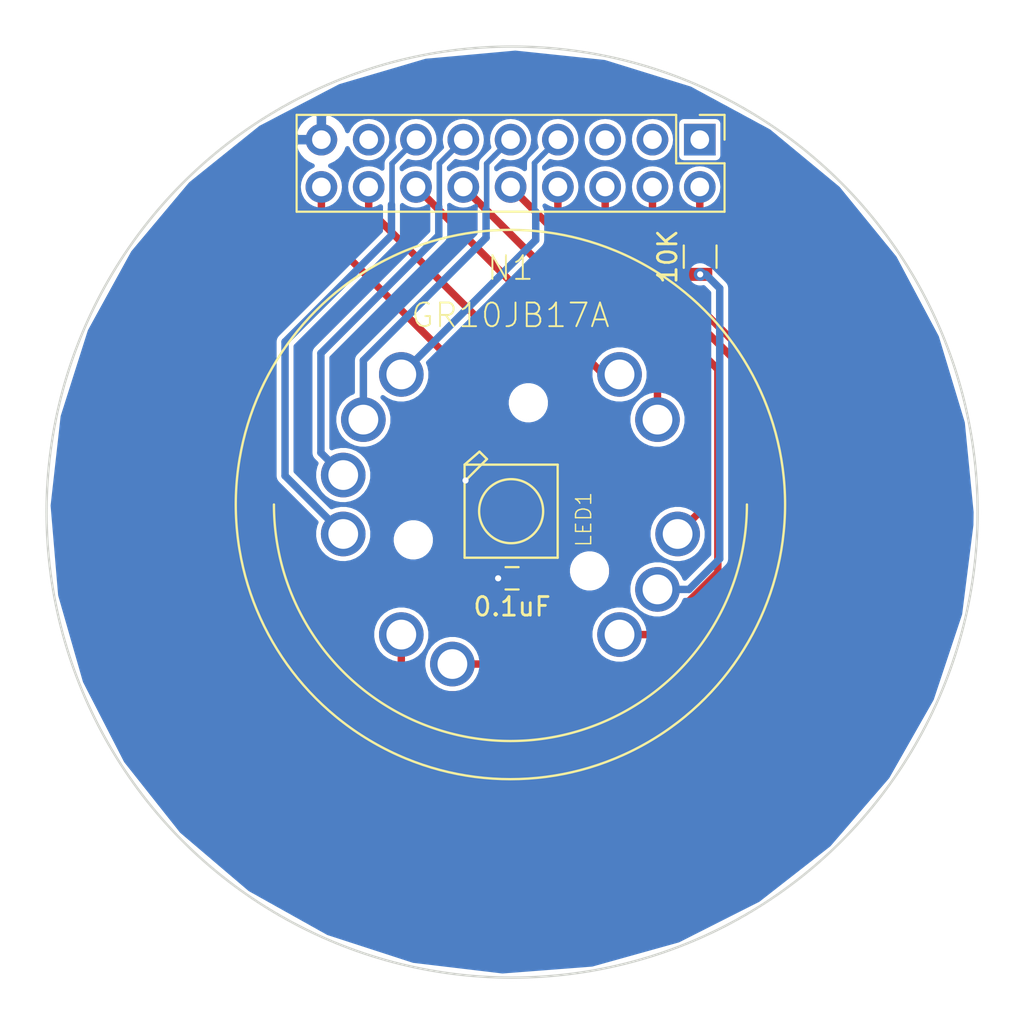
<source format=kicad_pcb>
(kicad_pcb (version 4) (host pcbnew 4.0.7)

  (general
    (links 0)
    (no_connects 17)
    (area 121.09 77.91 176.090001 132.910001)
    (thickness 1.6002)
    (drawings 2)
    (tracks 90)
    (zones 0)
    (modules 6)
    (nets 21)
  )

  (page A4)
  (layers
    (0 F.Cu signal)
    (31 B.Cu signal)
    (34 B.Paste user)
    (35 F.Paste user)
    (36 B.SilkS user)
    (37 F.SilkS user)
    (38 B.Mask user)
    (39 F.Mask user)
    (44 Edge.Cuts user)
  )

  (setup
    (last_trace_width 0.3)
    (user_trace_width 0.1524)
    (user_trace_width 0.2)
    (user_trace_width 0.25)
    (user_trace_width 0.3)
    (user_trace_width 0.4)
    (user_trace_width 0.5)
    (user_trace_width 0.6)
    (user_trace_width 0.8)
    (trace_clearance 0.254)
    (zone_clearance 0.1524)
    (zone_45_only no)
    (trace_min 0.1524)
    (segment_width 0.127)
    (edge_width 0.127)
    (via_size 0.6858)
    (via_drill 0.3302)
    (via_min_size 0.6858)
    (via_min_drill 0.3302)
    (uvia_size 0.508)
    (uvia_drill 0.127)
    (uvias_allowed no)
    (uvia_min_size 0.508)
    (uvia_min_drill 0.127)
    (pcb_text_width 0.127)
    (pcb_text_size 0.6 0.6)
    (mod_edge_width 0.127)
    (mod_text_size 0.6 0.6)
    (mod_text_width 0.127)
    (pad_size 1.524 1.524)
    (pad_drill 0.762)
    (pad_to_mask_clearance 0.05)
    (pad_to_paste_clearance -0.04)
    (aux_axis_origin 0 0)
    (grid_origin 148.59 105.41)
    (visible_elements 7FFFFF7F)
    (pcbplotparams
      (layerselection 0x3ffff_80000001)
      (usegerberextensions true)
      (usegerberattributes true)
      (excludeedgelayer true)
      (linewidth 0.127000)
      (plotframeref false)
      (viasonmask false)
      (mode 1)
      (useauxorigin false)
      (hpglpennumber 1)
      (hpglpenspeed 20)
      (hpglpendiameter 15)
      (hpglpenoverlay 2)
      (psnegative false)
      (psa4output false)
      (plotreference true)
      (plotvalue true)
      (plotinvisibletext false)
      (padsonsilk false)
      (subtractmaskfromsilk false)
      (outputformat 1)
      (mirror false)
      (drillshape 0)
      (scaleselection 1)
      (outputdirectory CAM/))
  )

  (net 0 "")
  (net 1 GND)
  (net 2 +5V)
  (net 3 "Net-(J1-Pad1)")
  (net 4 /Anode)
  (net 5 "Net-(J1-Pad3)")
  (net 6 /HV6)
  (net 7 "Net-(J1-Pad5)")
  (net 8 /HV5)
  (net 9 /HV10)
  (net 10 /HV4)
  (net 11 /HV9)
  (net 12 /HV3)
  (net 13 /HV8)
  (net 14 /HV2)
  (net 15 /HV7)
  (net 16 /HV1)
  (net 17 "Net-(J1-Pad15)")
  (net 18 /Din)
  (net 19 "Net-(LED1-Pad2-DO)")
  (net 20 "Net-(N1-PadP$6)")

  (net_class Default "Imperial - this is the standard class"
    (clearance 0.254)
    (trace_width 0.254)
    (via_dia 0.6858)
    (via_drill 0.3302)
    (uvia_dia 0.508)
    (uvia_drill 0.127)
    (add_net +5V)
    (add_net /Anode)
    (add_net /Din)
    (add_net /HV1)
    (add_net /HV10)
    (add_net /HV2)
    (add_net /HV3)
    (add_net /HV4)
    (add_net /HV5)
    (add_net /HV6)
    (add_net /HV7)
    (add_net /HV8)
    (add_net /HV9)
    (add_net GND)
    (add_net "Net-(J1-Pad1)")
    (add_net "Net-(J1-Pad15)")
    (add_net "Net-(J1-Pad3)")
    (add_net "Net-(J1-Pad5)")
    (add_net "Net-(LED1-Pad2-DO)")
    (add_net "Net-(N1-PadP$6)")
  )

  (net_class 0.2mm ""
    (clearance 0.2)
    (trace_width 0.2)
    (via_dia 0.6858)
    (via_drill 0.3302)
    (uvia_dia 0.508)
    (uvia_drill 0.127)
  )

  (net_class Minimal ""
    (clearance 0.1524)
    (trace_width 0.1524)
    (via_dia 0.6858)
    (via_drill 0.3302)
    (uvia_dia 0.508)
    (uvia_drill 0.127)
  )

  (module Capacitors_SMD:C_0603 (layer F.Cu) (tedit 5AAD8B4D) (tstamp 5AAD873A)
    (at 148.59 108.966 180)
    (descr "Capacitor SMD 0603, reflow soldering, AVX (see smccp.pdf)")
    (tags "capacitor 0603")
    (path /5AAD7BB6)
    (attr smd)
    (fp_text reference C1 (at 0 -1.5 180) (layer F.SilkS) hide
      (effects (font (size 1 1) (thickness 0.15)))
    )
    (fp_text value 0.1uF (at 0 -1.524 180) (layer F.SilkS)
      (effects (font (size 1 1) (thickness 0.15)))
    )
    (fp_line (start 1.4 0.65) (end -1.4 0.65) (layer F.CrtYd) (width 0.05))
    (fp_line (start 1.4 0.65) (end 1.4 -0.65) (layer F.CrtYd) (width 0.05))
    (fp_line (start -1.4 -0.65) (end -1.4 0.65) (layer F.CrtYd) (width 0.05))
    (fp_line (start -1.4 -0.65) (end 1.4 -0.65) (layer F.CrtYd) (width 0.05))
    (fp_line (start 0.35 0.6) (end -0.35 0.6) (layer F.SilkS) (width 0.12))
    (fp_line (start -0.35 -0.6) (end 0.35 -0.6) (layer F.SilkS) (width 0.12))
    (fp_line (start -0.8 -0.4) (end 0.8 -0.4) (layer F.Fab) (width 0.1))
    (fp_line (start 0.8 -0.4) (end 0.8 0.4) (layer F.Fab) (width 0.1))
    (fp_line (start 0.8 0.4) (end -0.8 0.4) (layer F.Fab) (width 0.1))
    (fp_line (start -0.8 0.4) (end -0.8 -0.4) (layer F.Fab) (width 0.1))
    (fp_text user %R (at 0 0 180) (layer F.Fab)
      (effects (font (size 0.3 0.3) (thickness 0.075)))
    )
    (pad 2 smd rect (at 0.75 0 180) (size 0.8 0.75) (layers F.Cu F.Paste F.Mask)
      (net 1 GND))
    (pad 1 smd rect (at -0.75 0 180) (size 0.8 0.75) (layers F.Cu F.Paste F.Mask)
      (net 2 +5V))
    (model Capacitors_SMD.3dshapes/C_0603.wrl
      (at (xyz 0 0 0))
      (scale (xyz 1 1 1))
      (rotate (xyz 0 0 0))
    )
  )

  (module Pin_Headers:Pin_Header_Straight_2x09_Pitch2.54mm (layer F.Cu) (tedit 5AAD8B8E) (tstamp 5AAD8762)
    (at 158.67 85.41 270)
    (descr "Through hole straight pin header, 2x09, 2.54mm pitch, double rows")
    (tags "Through hole pin header THT 2x09 2.54mm double row")
    (path /5AAD77F8)
    (fp_text reference J1 (at 1.27 -2.33 270) (layer F.SilkS) hide
      (effects (font (size 1 1) (thickness 0.15)))
    )
    (fp_text value Nixie (at 1.27 22.65 270) (layer F.Fab)
      (effects (font (size 1 1) (thickness 0.15)))
    )
    (fp_line (start 0 -1.27) (end 3.81 -1.27) (layer F.Fab) (width 0.1))
    (fp_line (start 3.81 -1.27) (end 3.81 21.59) (layer F.Fab) (width 0.1))
    (fp_line (start 3.81 21.59) (end -1.27 21.59) (layer F.Fab) (width 0.1))
    (fp_line (start -1.27 21.59) (end -1.27 0) (layer F.Fab) (width 0.1))
    (fp_line (start -1.27 0) (end 0 -1.27) (layer F.Fab) (width 0.1))
    (fp_line (start -1.33 21.65) (end 3.87 21.65) (layer F.SilkS) (width 0.12))
    (fp_line (start -1.33 1.27) (end -1.33 21.65) (layer F.SilkS) (width 0.12))
    (fp_line (start 3.87 -1.33) (end 3.87 21.65) (layer F.SilkS) (width 0.12))
    (fp_line (start -1.33 1.27) (end 1.27 1.27) (layer F.SilkS) (width 0.12))
    (fp_line (start 1.27 1.27) (end 1.27 -1.33) (layer F.SilkS) (width 0.12))
    (fp_line (start 1.27 -1.33) (end 3.87 -1.33) (layer F.SilkS) (width 0.12))
    (fp_line (start -1.33 0) (end -1.33 -1.33) (layer F.SilkS) (width 0.12))
    (fp_line (start -1.33 -1.33) (end 0 -1.33) (layer F.SilkS) (width 0.12))
    (fp_line (start -1.8 -1.8) (end -1.8 22.1) (layer F.CrtYd) (width 0.05))
    (fp_line (start -1.8 22.1) (end 4.35 22.1) (layer F.CrtYd) (width 0.05))
    (fp_line (start 4.35 22.1) (end 4.35 -1.8) (layer F.CrtYd) (width 0.05))
    (fp_line (start 4.35 -1.8) (end -1.8 -1.8) (layer F.CrtYd) (width 0.05))
    (fp_text user %R (at 1.27 10.16 360) (layer F.Fab)
      (effects (font (size 1 1) (thickness 0.15)))
    )
    (pad 1 thru_hole rect (at 0 0 270) (size 1.7 1.7) (drill 1) (layers *.Cu *.Mask)
      (net 3 "Net-(J1-Pad1)"))
    (pad 2 thru_hole oval (at 2.54 0 270) (size 1.7 1.7) (drill 1) (layers *.Cu *.Mask)
      (net 4 /Anode))
    (pad 3 thru_hole oval (at 0 2.54 270) (size 1.7 1.7) (drill 1) (layers *.Cu *.Mask)
      (net 5 "Net-(J1-Pad3)"))
    (pad 4 thru_hole oval (at 2.54 2.54 270) (size 1.7 1.7) (drill 1) (layers *.Cu *.Mask)
      (net 6 /HV6))
    (pad 5 thru_hole oval (at 0 5.08 270) (size 1.7 1.7) (drill 1) (layers *.Cu *.Mask)
      (net 7 "Net-(J1-Pad5)"))
    (pad 6 thru_hole oval (at 2.54 5.08 270) (size 1.7 1.7) (drill 1) (layers *.Cu *.Mask)
      (net 8 /HV5))
    (pad 7 thru_hole oval (at 0 7.62 270) (size 1.7 1.7) (drill 1) (layers *.Cu *.Mask)
      (net 9 /HV10))
    (pad 8 thru_hole oval (at 2.54 7.62 270) (size 1.7 1.7) (drill 1) (layers *.Cu *.Mask)
      (net 10 /HV4))
    (pad 9 thru_hole oval (at 0 10.16 270) (size 1.7 1.7) (drill 1) (layers *.Cu *.Mask)
      (net 11 /HV9))
    (pad 10 thru_hole oval (at 2.54 10.16 270) (size 1.7 1.7) (drill 1) (layers *.Cu *.Mask)
      (net 12 /HV3))
    (pad 11 thru_hole oval (at 0 12.7 270) (size 1.7 1.7) (drill 1) (layers *.Cu *.Mask)
      (net 13 /HV8))
    (pad 12 thru_hole oval (at 2.54 12.7 270) (size 1.7 1.7) (drill 1) (layers *.Cu *.Mask)
      (net 14 /HV2))
    (pad 13 thru_hole oval (at 0 15.24 270) (size 1.7 1.7) (drill 1) (layers *.Cu *.Mask)
      (net 15 /HV7))
    (pad 14 thru_hole oval (at 2.54 15.24 270) (size 1.7 1.7) (drill 1) (layers *.Cu *.Mask)
      (net 16 /HV1))
    (pad 15 thru_hole oval (at 0 17.78 270) (size 1.7 1.7) (drill 1) (layers *.Cu *.Mask)
      (net 17 "Net-(J1-Pad15)"))
    (pad 16 thru_hole oval (at 2.54 17.78 270) (size 1.7 1.7) (drill 1) (layers *.Cu *.Mask)
      (net 18 /Din))
    (pad 17 thru_hole oval (at 0 20.32 270) (size 1.7 1.7) (drill 1) (layers *.Cu *.Mask)
      (net 1 GND))
    (pad 18 thru_hole oval (at 2.54 20.32 270) (size 1.7 1.7) (drill 1) (layers *.Cu *.Mask)
      (net 2 +5V))
    (model ${KISYS3DMOD}/Pin_Headers.3dshapes/Pin_Header_Straight_2x09_Pitch2.54mm.wrl
      (at (xyz 0 0 0))
      (scale (xyz 1 1 1))
      (rotate (xyz 0 0 0))
    )
  )

  (module adafruit:adafruit-WS2812B (layer F.Cu) (tedit 5AAD868C) (tstamp 5AAD8775)
    (at 148.53856 105.36154)
    (path /5AAD7B4A)
    (attr smd)
    (fp_text reference LED1 (at 3.8989 0.4445 270) (layer F.SilkS)
      (effects (font (size 0.8128 0.8128) (thickness 0.0762)))
    )
    (fp_text value WS2812B5050 (at 0 0) (layer F.SilkS) hide
      (effects (font (thickness 0.15)))
    )
    (fp_line (start 2.49936 2.49936) (end -2.49936 2.49936) (layer F.SilkS) (width 0.127))
    (fp_line (start -2.49936 2.49936) (end -2.49936 -1.59766) (layer F.SilkS) (width 0.127))
    (fp_line (start -2.49936 -1.59766) (end -2.49936 -2.49936) (layer F.SilkS) (width 0.127))
    (fp_line (start -2.49936 -2.49936) (end -1.59766 -2.49936) (layer F.SilkS) (width 0.127))
    (fp_line (start -1.59766 -2.49936) (end 2.49936 -2.49936) (layer F.SilkS) (width 0.127))
    (fp_line (start 2.49936 -2.49936) (end 2.49936 2.49936) (layer F.SilkS) (width 0.127))
    (fp_line (start -2.49936 -1.59766) (end -1.59766 -2.49936) (layer F.SilkS) (width 0.127))
    (fp_line (start -1.59766 -2.49936) (end -1.29794 -2.79908) (layer F.SilkS) (width 0.127))
    (fp_line (start -1.29794 -2.79908) (end -1.69926 -3.19786) (layer F.SilkS) (width 0.127))
    (fp_line (start -1.69926 -3.19786) (end -2.49936 -2.49936) (layer F.SilkS) (width 0.127))
    (fp_circle (center 0 0) (end 0 -1.71958) (layer F.SilkS) (width 0.127))
    (pad 1-VD smd rect (at 2.44856 1.64846 180) (size 1.4986 0.89916) (layers F.Cu F.Paste F.Mask)
      (net 2 +5V))
    (pad 2-DO smd rect (at 2.44856 -1.64846 180) (size 1.4986 0.89916) (layers F.Cu F.Paste F.Mask)
      (net 19 "Net-(LED1-Pad2-DO)"))
    (pad 3-GN smd rect (at -2.44856 -1.64846 180) (size 1.4986 0.89916) (layers F.Cu F.Paste F.Mask)
      (net 1 GND))
    (pad 4-DI smd rect (at -2.44856 1.64846 180) (size 1.4986 0.89916) (layers F.Cu F.Paste F.Mask)
      (net 18 /Din))
  )

  (module mynixies:mynixies-B17A-DSUB (layer F.Cu) (tedit 200000) (tstamp 5AAD8789)
    (at 148.5011 105.0036)
    (path /5AAD77B5)
    (attr virtual)
    (fp_text reference N1 (at 0 -12.7) (layer F.SilkS)
      (effects (font (size 1.27 1.27) (thickness 0.1016)))
    )
    (fp_text value GR10JB17A (at 0 -10.16) (layer F.SilkS)
      (effects (font (size 1.27 1.27) (thickness 0.1016)))
    )
    (fp_circle (center 0 0) (end 0 -14.74978) (layer F.SilkS) (width 0.127))
    (fp_arc (start 0 0) (end 12.7 0) (angle 180) (layer F.SilkS) (width 0.127))
    (pad P$1 thru_hole circle (at -5.85978 6.985) (size 2.39776 2.39776) (drill 1.59766) (layers *.Cu *.Paste *.Mask)
      (net 6 /HV6))
    (pad P$2 thru_hole circle (at -3.11658 8.56742) (size 2.39776 2.39776) (drill 1.59766) (layers *.Cu *.Paste *.Mask)
      (net 8 /HV5))
    (pad P$5 thru_hole circle (at 5.85978 6.985) (size 2.39776 2.39776) (drill 1.59766) (layers *.Cu *.Paste *.Mask)
      (net 10 /HV4))
    (pad P$6 thru_hole circle (at 7.89686 4.5593) (size 2.39776 2.39776) (drill 1.59766) (layers *.Cu *.Paste *.Mask)
      (net 20 "Net-(N1-PadP$6)"))
    (pad P$7 thru_hole circle (at 8.9789 1.58242) (size 2.39776 2.39776) (drill 1.59766) (layers *.Cu *.Paste *.Mask)
      (net 12 /HV3))
    (pad P$9 thru_hole circle (at 7.89686 -4.5593) (size 2.39776 2.39776) (drill 1.59766) (layers *.Cu *.Paste *.Mask)
      (net 14 /HV2))
    (pad P$10 thru_hole circle (at 5.85978 -6.985) (size 2.39776 2.39776) (drill 1.59766) (layers *.Cu *.Paste *.Mask)
      (net 16 /HV1))
    (pad P$14 thru_hole circle (at -5.85978 -6.985) (size 2.39776 2.39776) (drill 1.59766) (layers *.Cu *.Paste *.Mask)
      (net 9 /HV10))
    (pad P$15 thru_hole circle (at -7.89686 -4.5593) (size 2.39776 2.39776) (drill 1.59766) (layers *.Cu *.Paste *.Mask)
      (net 11 /HV9))
    (pad P$16 thru_hole circle (at -8.9789 -1.58242) (size 2.39776 2.39776) (drill 1.59766) (layers *.Cu *.Paste *.Mask)
      (net 13 /HV8))
    (pad P$17 thru_hole circle (at -8.9789 1.58242) (size 2.39776 2.39776) (drill 1.59766) (layers *.Cu *.Paste *.Mask)
      (net 15 /HV7))
    (pad "" np_thru_hole circle (at 0.96266 -5.46354) (size 1.59766 1.59766) (drill 1.59766) (layers *.Cu *.Mask))
    (pad "" np_thru_hole circle (at -5.21462 1.89738) (size 1.59766 1.59766) (drill 1.59766) (layers *.Cu *.Mask))
    (pad "" np_thru_hole circle (at 4.24942 3.56616) (size 1.59766 1.59766) (drill 1.59766) (layers *.Cu *.Mask))
  )

  (module Resistors_SMD:R_0805 (layer F.Cu) (tedit 5AAD8BAB) (tstamp 5AAD879A)
    (at 158.69 91.694 270)
    (descr "Resistor SMD 0805, reflow soldering, Vishay (see dcrcw.pdf)")
    (tags "resistor 0805")
    (path /5AAD7A64)
    (attr smd)
    (fp_text reference R1 (at 0 -1.65 270) (layer F.SilkS) hide
      (effects (font (size 1 1) (thickness 0.15)))
    )
    (fp_text value 10K (at 0 1.75 270) (layer F.SilkS)
      (effects (font (size 1 1) (thickness 0.15)))
    )
    (fp_text user %R (at 0 0 270) (layer F.Fab)
      (effects (font (size 0.5 0.5) (thickness 0.075)))
    )
    (fp_line (start -1 0.62) (end -1 -0.62) (layer F.Fab) (width 0.1))
    (fp_line (start 1 0.62) (end -1 0.62) (layer F.Fab) (width 0.1))
    (fp_line (start 1 -0.62) (end 1 0.62) (layer F.Fab) (width 0.1))
    (fp_line (start -1 -0.62) (end 1 -0.62) (layer F.Fab) (width 0.1))
    (fp_line (start 0.6 0.88) (end -0.6 0.88) (layer F.SilkS) (width 0.12))
    (fp_line (start -0.6 -0.88) (end 0.6 -0.88) (layer F.SilkS) (width 0.12))
    (fp_line (start -1.55 -0.9) (end 1.55 -0.9) (layer F.CrtYd) (width 0.05))
    (fp_line (start -1.55 -0.9) (end -1.55 0.9) (layer F.CrtYd) (width 0.05))
    (fp_line (start 1.55 0.9) (end 1.55 -0.9) (layer F.CrtYd) (width 0.05))
    (fp_line (start 1.55 0.9) (end -1.55 0.9) (layer F.CrtYd) (width 0.05))
    (pad 1 smd rect (at -0.95 0 270) (size 0.7 1.3) (layers F.Cu F.Paste F.Mask)
      (net 4 /Anode))
    (pad 2 smd rect (at 0.95 0 270) (size 0.7 1.3) (layers F.Cu F.Paste F.Mask)
      (net 20 "Net-(N1-PadP$6)"))
    (model ${KISYS3DMOD}/Resistors_SMD.3dshapes/R_0805.wrl
      (at (xyz 0 0 0))
      (scale (xyz 1 1 1))
      (rotate (xyz 0 0 0))
    )
  )

  (module logos:mermaid_l (layer B.Cu) (tedit 0) (tstamp 5AAD8C99)
    (at 153.035 122.301 180)
    (fp_text reference G*** (at 0 0 180) (layer B.SilkS) hide
      (effects (font (thickness 0.3)) (justify mirror))
    )
    (fp_text value LOGO (at 0.75 0 180) (layer B.SilkS) hide
      (effects (font (thickness 0.3)) (justify mirror))
    )
    (fp_poly (pts (xy 0.016811 3.773536) (xy 0.035492 3.771585) (xy 0.039687 3.770741) (xy 0.079417 3.757244)
      (xy 0.111324 3.737775) (xy 0.124832 3.725513) (xy 0.142677 3.704599) (xy 0.153161 3.684612)
      (xy 0.15793 3.661447) (xy 0.15875 3.64097) (xy 0.158058 3.61993) (xy 0.155124 3.604749)
      (xy 0.148654 3.590748) (xy 0.141938 3.580059) (xy 0.122141 3.557766) (xy 0.098998 3.544256)
      (xy 0.074141 3.539962) (xy 0.049199 3.545313) (xy 0.036501 3.55221) (xy 0.025568 3.560763)
      (xy 0.019906 3.570026) (xy 0.017449 3.584153) (xy 0.016932 3.59157) (xy 0.016648 3.608477)
      (xy 0.018904 3.618133) (xy 0.024587 3.623743) (xy 0.026084 3.624592) (xy 0.039465 3.627784)
      (xy 0.050441 3.626922) (xy 0.059967 3.622881) (xy 0.061919 3.615123) (xy 0.060823 3.608777)
      (xy 0.060289 3.596153) (xy 0.064906 3.590901) (xy 0.073078 3.592235) (xy 0.083211 3.599369)
      (xy 0.093713 3.61152) (xy 0.102989 3.6279) (xy 0.103896 3.629997) (xy 0.108418 3.643365)
      (xy 0.108287 3.6547) (xy 0.103467 3.669685) (xy 0.087643 3.698859) (xy 0.064252 3.721926)
      (xy 0.050164 3.731216) (xy 0.036916 3.737802) (xy 0.022748 3.741623) (xy 0.004134 3.743365)
      (xy -0.014288 3.743716) (xy -0.040147 3.742911) (xy -0.057394 3.740394) (xy -0.064294 3.73724)
      (xy -0.073648 3.731439) (xy -0.077728 3.730626) (xy -0.088165 3.726605) (xy -0.102163 3.716065)
      (xy -0.117406 3.701291) (xy -0.131579 3.684564) (xy -0.142367 3.668169) (xy -0.143717 3.665542)
      (xy -0.151883 3.648712) (xy -0.159332 3.633251) (xy -0.163088 3.620111) (xy -0.165384 3.598867)
      (xy -0.16631 3.568514) (xy -0.166318 3.553876) (xy -0.166026 3.5265) (xy -0.165145 3.506715)
      (xy -0.163111 3.491529) (xy -0.159359 3.477949) (xy -0.153324 3.462983) (xy -0.14625 3.447521)
      (xy -0.121753 3.405235) (xy -0.0903 3.36927) (xy -0.051325 3.33924) (xy -0.004264 3.314759)
      (xy 0.051447 3.295441) (xy 0.089958 3.28602) (xy 0.119366 3.282227) (xy 0.156195 3.281263)
      (xy 0.197719 3.282946) (xy 0.241212 3.28709) (xy 0.283951 3.293513) (xy 0.321687 3.301638)
      (xy 0.342155 3.307861) (xy 0.360849 3.315263) (xy 0.376278 3.322945) (xy 0.386953 3.330006)
      (xy 0.391385 3.335547) (xy 0.388082 3.338667) (xy 0.383597 3.339042) (xy 0.373649 3.342219)
      (xy 0.357833 3.350734) (xy 0.338335 3.36306) (xy 0.317344 3.377673) (xy 0.297047 3.393046)
      (xy 0.279632 3.407655) (xy 0.267286 3.419973) (xy 0.26692 3.420407) (xy 0.246827 3.446164)
      (xy 0.232225 3.469838) (xy 0.221889 3.494463) (xy 0.214597 3.523071) (xy 0.209127 3.558694)
      (xy 0.208269 3.565849) (xy 0.208225 3.599519) (xy 0.214696 3.635439) (xy 0.226608 3.670269)
      (xy 0.242885 3.700666) (xy 0.257355 3.718587) (xy 0.284712 3.739246) (xy 0.316451 3.752322)
      (xy 0.350326 3.757709) (xy 0.384089 3.755304) (xy 0.415495 3.745003) (xy 0.441854 3.727116)
      (xy 0.456743 3.708989) (xy 0.464158 3.687733) (xy 0.465666 3.667574) (xy 0.46447 3.649678)
      (xy 0.459418 3.636679) (xy 0.44831 3.623019) (xy 0.447843 3.622523) (xy 0.432662 3.60928)
      (xy 0.418526 3.60395) (xy 0.413448 3.603625) (xy 0.394908 3.608269) (xy 0.381565 3.620647)
      (xy 0.375782 3.638431) (xy 0.375708 3.640833) (xy 0.378805 3.655072) (xy 0.386689 3.660815)
      (xy 0.397247 3.657238) (xy 0.40302 3.65151) (xy 0.411119 3.643576) (xy 0.417703 3.64383)
      (xy 0.420717 3.645984) (xy 0.426691 3.656909) (xy 0.428309 3.673525) (xy 0.425542 3.691863)
      (xy 0.421138 3.703294) (xy 0.410709 3.716673) (xy 0.399156 3.725521) (xy 0.381042 3.731036)
      (xy 0.358057 3.732598) (xy 0.335132 3.730244) (xy 0.318905 3.724949) (xy 0.298369 3.711409)
      (xy 0.278961 3.693672) (xy 0.264484 3.675356) (xy 0.26187 3.670693) (xy 0.258107 3.658302)
      (xy 0.255508 3.640465) (xy 0.254155 3.620218) (xy 0.254128 3.6006) (xy 0.25551 3.584648)
      (xy 0.258381 3.5754) (xy 0.259291 3.574521) (xy 0.263387 3.567227) (xy 0.264583 3.558334)
      (xy 0.266434 3.54854) (xy 0.269875 3.545417) (xy 0.274956 3.541344) (xy 0.275166 3.539772)
      (xy 0.278369 3.532005) (xy 0.286651 3.519125) (xy 0.298022 3.503894) (xy 0.310492 3.489074)
      (xy 0.315691 3.483521) (xy 0.332808 3.469181) (xy 0.356966 3.453086) (xy 0.385192 3.436898)
      (xy 0.41451 3.422278) (xy 0.441945 3.410886) (xy 0.451563 3.407656) (xy 0.513508 3.39253)
      (xy 0.572008 3.386659) (xy 0.6285 3.390216) (xy 0.684423 3.403376) (xy 0.741216 3.42631)
      (xy 0.78052 3.447259) (xy 0.817352 3.46804) (xy 0.848125 3.483558) (xy 0.875501 3.494552)
      (xy 0.902139 3.501759) (xy 0.9307 3.505917) (xy 0.963843 3.507764) (xy 0.999762 3.50806)
      (xy 1.029829 3.507596) (xy 1.058475 3.506543) (xy 1.08289 3.505047) (xy 1.100268 3.50325)
      (xy 1.103312 3.502746) (xy 1.124251 3.498943) (xy 1.148566 3.494739) (xy 1.16152 3.492588)
      (xy 1.183437 3.488718) (xy 1.205109 3.484407) (xy 1.21576 3.482026) (xy 1.242534 3.475574)
      (xy 1.261268 3.470981) (xy 1.27422 3.467665) (xy 1.283649 3.465044) (xy 1.29181 3.462534)
      (xy 1.293812 3.46189) (xy 1.330054 3.447173) (xy 1.362613 3.428217) (xy 1.390124 3.406284)
      (xy 1.411222 3.382636) (xy 1.42454 3.358536) (xy 1.428749 3.337087) (xy 1.430965 3.31796)
      (xy 1.436932 3.293293) (xy 1.445634 3.266996) (xy 1.4496 3.257021) (xy 1.460028 3.223921)
      (xy 1.465344 3.188889) (xy 1.465701 3.173183) (xy 1.465206 3.152449) (xy 1.465622 3.140318)
      (xy 1.467505 3.134815) (xy 1.471411 3.133966) (xy 1.476375 3.135313) (xy 1.485246 3.136563)
      (xy 1.485546 3.132317) (xy 1.477379 3.123141) (xy 1.473497 3.119686) (xy 1.464568 3.110292)
      (xy 1.463129 3.101507) (xy 1.465406 3.093994) (xy 1.472998 3.082438) (xy 1.485846 3.06985)
      (xy 1.491895 3.065257) (xy 1.507592 3.051442) (xy 1.513053 3.038041) (xy 1.508312 3.023896)
      (xy 1.493572 3.007997) (xy 1.481954 2.996879) (xy 1.477871 2.989625) (xy 1.480148 2.984092)
      (xy 1.480343 2.983889) (xy 1.48489 2.973373) (xy 1.486712 2.956585) (xy 1.485771 2.93749)
      (xy 1.482027 2.920051) (xy 1.481007 2.917281) (xy 1.468042 2.883178) (xy 1.459777 2.85676)
      (xy 1.455764 2.836468) (xy 1.455208 2.827306) (xy 1.451635 2.812089) (xy 1.440656 2.801224)
      (xy 1.433744 2.797314) (xy 1.425278 2.794661) (xy 1.41333 2.793085) (xy 1.395971 2.79241)
      (xy 1.371273 2.792457) (xy 1.349375 2.792809) (xy 1.31873 2.793255) (xy 1.296659 2.793112)
      (xy 1.281157 2.792186) (xy 1.270221 2.790279) (xy 1.261849 2.787196) (xy 1.255447 2.783626)
      (xy 1.244268 2.774775) (xy 1.238474 2.766405) (xy 1.23825 2.764974) (xy 1.235863 2.757876)
      (xy 1.233805 2.756959) (xy 1.229201 2.752098) (xy 1.223916 2.739092) (xy 1.218503 2.720308)
      (xy 1.213515 2.698112) (xy 1.209506 2.674871) (xy 1.207028 2.652951) (xy 1.2065 2.640132)
      (xy 1.207874 2.614203) (xy 1.211589 2.582523) (xy 1.217032 2.549504) (xy 1.222776 2.522803)
      (xy 1.235661 2.473043) (xy 1.247332 2.433315) (xy 1.257929 2.403156) (xy 1.259293 2.399771)
      (xy 1.264013 2.387513) (xy 1.269636 2.371955) (xy 1.270086 2.370667) (xy 1.278721 2.347809)
      (xy 1.289907 2.322021) (xy 1.304888 2.290463) (xy 1.308378 2.283355) (xy 1.317963 2.259043)
      (xy 1.323702 2.234224) (xy 1.325348 2.211548) (xy 1.322652 2.19366) (xy 1.317561 2.184909)
      (xy 1.307186 2.176016) (xy 1.292853 2.165074) (xy 1.277255 2.153968) (xy 1.263087 2.144581)
      (xy 1.253044 2.138797) (xy 1.250232 2.137834) (xy 1.242386 2.13401) (xy 1.231208 2.124466)
      (xy 1.219519 2.11209) (xy 1.21014 2.099773) (xy 1.206613 2.093154) (xy 1.204218 2.073293)
      (xy 1.210459 2.048342) (xy 1.211685 2.04523) (xy 1.220793 2.023791) (xy 1.23213 1.998543)
      (xy 1.244765 1.971403) (xy 1.257766 1.944284) (xy 1.270202 1.9191) (xy 1.281142 1.897767)
      (xy 1.289653 1.882198) (xy 1.294804 1.874308) (xy 1.294911 1.874195) (xy 1.300737 1.866426)
      (xy 1.30175 1.863411) (xy 1.305702 1.855954) (xy 1.316422 1.843726) (xy 1.332206 1.828296)
      (xy 1.351351 1.811235) (xy 1.372151 1.794113) (xy 1.392903 1.778501) (xy 1.397 1.775628)
      (xy 1.412481 1.764474) (xy 1.432822 1.749179) (xy 1.456251 1.731147) (xy 1.480994 1.711783)
      (xy 1.505277 1.692489) (xy 1.527327 1.674669) (xy 1.54537 1.659728) (xy 1.557633 1.649068)
      (xy 1.561041 1.645785) (xy 1.566531 1.641261) (xy 1.577559 1.632846) (xy 1.584854 1.62743)
      (xy 1.599074 1.616479) (xy 1.610642 1.606732) (xy 1.613958 1.603563) (xy 1.621166 1.597319)
      (xy 1.63503 1.586326) (xy 1.653625 1.57203) (xy 1.675029 1.555881) (xy 1.697317 1.539326)
      (xy 1.718566 1.523814) (xy 1.736854 1.510793) (xy 1.740958 1.507944) (xy 1.75542 1.497422)
      (xy 1.767734 1.487559) (xy 1.769672 1.48584) (xy 1.781335 1.477351) (xy 1.789516 1.473434)
      (xy 1.797549 1.469117) (xy 1.799166 1.466423) (xy 1.803588 1.462135) (xy 1.814535 1.456503)
      (xy 1.817687 1.455209) (xy 1.829662 1.449593) (xy 1.835937 1.444862) (xy 1.836208 1.4441)
      (xy 1.840779 1.440501) (xy 1.852852 1.434525) (xy 1.869967 1.42737) (xy 1.872824 1.426267)
      (xy 1.88894 1.420424) (xy 1.902804 1.416562) (xy 1.917198 1.414357) (xy 1.934907 1.413483)
      (xy 1.958714 1.413615) (xy 1.977334 1.414048) (xy 2.011477 1.415666) (xy 2.050591 1.418652)
      (xy 2.089221 1.422539) (xy 2.114726 1.425785) (xy 2.14488 1.42989) (xy 2.16751 1.432256)
      (xy 2.18552 1.432964) (xy 2.201812 1.432095) (xy 2.219288 1.429731) (xy 2.224528 1.428856)
      (xy 2.245404 1.424861) (xy 2.257747 1.421152) (xy 2.263552 1.416902) (xy 2.264833 1.412127)
      (xy 2.263508 1.406717) (xy 2.257986 1.403732) (xy 2.245944 1.402491) (xy 2.231409 1.402292)
      (xy 2.207764 1.401303) (xy 2.182238 1.398663) (xy 2.158033 1.394866) (xy 2.138355 1.390404)
      (xy 2.12725 1.386276) (xy 2.123304 1.383434) (xy 2.123829 1.381057) (xy 2.130164 1.378752)
      (xy 2.143652 1.376125) (xy 2.165634 1.37278) (xy 2.180166 1.370725) (xy 2.208747 1.366286)
      (xy 2.230983 1.361492) (xy 2.251087 1.355226) (xy 2.27327 1.34637) (xy 2.275416 1.345449)
      (xy 2.291879 1.337058) (xy 2.307873 1.326809) (xy 2.32072 1.316668) (xy 2.327745 1.308602)
      (xy 2.328333 1.306591) (xy 2.323743 1.304335) (xy 2.312281 1.304011) (xy 2.297402 1.305252)
      (xy 2.282566 1.307694) (xy 2.271229 1.31097) (xy 2.267743 1.312991) (xy 2.258675 1.31683)
      (xy 2.251604 1.317626) (xy 2.239817 1.320172) (xy 2.234786 1.323331) (xy 2.225761 1.326846)
      (xy 2.213884 1.326984) (xy 2.204136 1.325219) (xy 2.204029 1.323129) (xy 2.20927 1.320799)
      (xy 2.23606 1.310129) (xy 2.25511 1.301894) (xy 2.268643 1.294964) (xy 2.278885 1.288209)
      (xy 2.287322 1.281169) (xy 2.296853 1.2715) (xy 2.301715 1.264499) (xy 2.301875 1.263719)
      (xy 2.297454 1.259587) (xy 2.285098 1.260225) (xy 2.266162 1.265338) (xy 2.242005 1.274631)
      (xy 2.232778 1.27872) (xy 2.210862 1.287938) (xy 2.195226 1.292907) (xy 2.186673 1.293593)
      (xy 2.186011 1.289959) (xy 2.194044 1.28197) (xy 2.19612 1.28034) (xy 2.207237 1.273141)
      (xy 2.215319 1.270118) (xy 2.221801 1.265714) (xy 2.226876 1.256324) (xy 2.227791 1.251047)
      (xy 2.223516 1.248302) (xy 2.212505 1.249392) (xy 2.197482 1.253408) (xy 2.181171 1.259436)
      (xy 2.166296 1.266566) (xy 2.15558 1.273887) (xy 2.153708 1.275833) (xy 2.146702 1.280288)
      (xy 2.132687 1.286789) (xy 2.114695 1.294037) (xy 2.095756 1.300732) (xy 2.095124 1.300937)
      (xy 2.07869 1.304461) (xy 2.057774 1.306667) (xy 2.046312 1.307042) (xy 2.028903 1.306558)
      (xy 2.018807 1.304253) (xy 2.012768 1.298853) (xy 2.009183 1.29249) (xy 2.005287 1.278785)
      (xy 2.008579 1.265874) (xy 2.019902 1.252443) (xy 2.040101 1.237179) (xy 2.048014 1.232048)
      (xy 2.069352 1.218173) (xy 2.083328 1.207722) (xy 2.091758 1.198848) (xy 2.096459 1.189706)
      (xy 2.098878 1.180349) (xy 2.099775 1.168122) (xy 2.095521 1.163627) (xy 2.094838 1.16354)
      (xy 2.077123 1.165005) (xy 2.064663 1.173081) (xy 2.054291 1.180457) (xy 2.036679 1.190046)
      (xy 2.014573 1.20055) (xy 1.990717 1.210671) (xy 1.967857 1.219114) (xy 1.965854 1.219776)
      (xy 1.928101 1.233609) (xy 1.898307 1.248381) (xy 1.87387 1.26573) (xy 1.852189 1.287294)
      (xy 1.844908 1.29597) (xy 1.82922 1.314316) (xy 1.813605 1.330793) (xy 1.80082 1.342542)
      (xy 1.797992 1.344686) (xy 1.786309 1.353213) (xy 1.778836 1.359346) (xy 1.778 1.360236)
      (xy 1.771224 1.365606) (xy 1.75693 1.374794) (xy 1.736985 1.386729) (xy 1.713259 1.400343)
      (xy 1.687619 1.414565) (xy 1.661936 1.428326) (xy 1.638076 1.440557) (xy 1.635125 1.442019)
      (xy 1.587553 1.46584) (xy 1.546283 1.487396) (xy 1.507857 1.50852) (xy 1.481666 1.52353)
      (xy 1.464862 1.532936) (xy 1.450648 1.540248) (xy 1.443302 1.543429) (xy 1.435482 1.548118)
      (xy 1.434041 1.551076) (xy 1.429946 1.555562) (xy 1.42835 1.55575) (xy 1.421455 1.558368)
      (xy 1.407463 1.565519) (xy 1.388265 1.576151) (xy 1.365753 1.589212) (xy 1.341819 1.60365)
      (xy 1.338081 1.605957) (xy 1.328838 1.611626) (xy 1.314356 1.620452) (xy 1.303686 1.626934)
      (xy 1.289183 1.635949) (xy 1.278713 1.64286) (xy 1.275291 1.645485) (xy 1.269816 1.650117)
      (xy 1.258818 1.65865) (xy 1.251479 1.66417) (xy 1.234056 1.677274) (xy 1.220686 1.687881)
      (xy 1.208649 1.698391) (xy 1.195222 1.711206) (xy 1.177684 1.728725) (xy 1.173427 1.733021)
      (xy 1.154691 1.753203) (xy 1.136473 1.774958) (xy 1.121826 1.794574) (xy 1.117957 1.80049)
      (xy 1.107458 1.815879) (xy 1.098096 1.826821) (xy 1.091977 1.830917) (xy 1.085418 1.828569)
      (xy 1.084785 1.826948) (xy 1.081627 1.820717) (xy 1.073818 1.810294) (xy 1.071556 1.807605)
      (xy 1.063024 1.796859) (xy 1.058535 1.789598) (xy 1.058333 1.788759) (xy 1.055116 1.78268)
      (xy 1.048847 1.77503) (xy 1.038358 1.760344) (xy 1.026121 1.737991) (xy 1.013216 1.710506)
      (xy 1.00072 1.680421) (xy 0.989714 1.650268) (xy 0.981275 1.622581) (xy 0.977986 1.608667)
      (xy 0.968972 1.562362) (xy 0.962328 1.523365) (xy 0.95779 1.488735) (xy 0.955093 1.45553)
      (xy 0.953972 1.420809) (xy 0.954162 1.38163) (xy 0.954874 1.352021) (xy 0.955956 1.318336)
      (xy 0.957154 1.287144) (xy 0.958377 1.260422) (xy 0.959534 1.240144) (xy 0.960534 1.228284)
      (xy 0.960617 1.227667) (xy 0.961429 1.217554) (xy 0.962358 1.198447) (xy 0.96335 1.171939)
      (xy 0.964353 1.139617) (xy 0.96531 1.103071) (xy 0.96617 1.063891) (xy 0.966176 1.063625)
      (xy 0.966988 1.016579) (xy 0.967314 0.977779) (xy 0.967075 0.9449) (xy 0.96619 0.915612)
      (xy 0.964579 0.887587) (xy 0.962164 0.858498) (xy 0.958863 0.826017) (xy 0.95765 0.814917)
      (xy 0.951084 0.75682) (xy 0.945176 0.707679) (xy 0.939682 0.665903) (xy 0.934356 0.629902)
      (xy 0.928956 0.598088) (xy 0.923235 0.56887) (xy 0.916949 0.54066) (xy 0.912885 0.523875)
      (xy 0.906794 0.498662) (xy 0.901413 0.475129) (xy 0.897462 0.456489) (xy 0.895973 0.44834)
      (xy 0.892856 0.434708) (xy 0.889085 0.426281) (xy 0.888285 0.425538) (xy 0.884592 0.418555)
      (xy 0.883669 0.411115) (xy 0.882028 0.401383) (xy 0.877635 0.38436) (xy 0.871226 0.362746)
      (xy 0.866028 0.346605) (xy 0.857767 0.321534) (xy 0.84996 0.297435) (xy 0.843739 0.277819)
      (xy 0.841302 0.269875) (xy 0.836378 0.25453) (xy 0.832191 0.243342) (xy 0.830942 0.240771)
      (xy 0.827336 0.232696) (xy 0.822295 0.21902) (xy 0.820702 0.214313) (xy 0.81395 0.195276)
      (xy 0.806669 0.176625) (xy 0.80583 0.174625) (xy 0.798972 0.158321) (xy 0.792944 0.14374)
      (xy 0.792593 0.142875) (xy 0.786649 0.129107) (xy 0.782549 0.120458) (xy 0.778574 0.110063)
      (xy 0.777875 0.105842) (xy 0.775639 0.099184) (xy 0.769428 0.084596) (xy 0.759982 0.063622)
      (xy 0.748042 0.037806) (xy 0.734349 0.008691) (xy 0.719644 -0.022178) (xy 0.704668 -0.053257)
      (xy 0.690162 -0.083002) (xy 0.676867 -0.10987) (xy 0.665523 -0.132316) (xy 0.656873 -0.148797)
      (xy 0.651656 -0.157769) (xy 0.650888 -0.15875) (xy 0.64704 -0.164585) (xy 0.640139 -0.176579)
      (xy 0.635415 -0.185208) (xy 0.622667 -0.207639) (xy 0.605809 -0.235506) (xy 0.586295 -0.266573)
      (xy 0.565581 -0.298607) (xy 0.545121 -0.329373) (xy 0.52637 -0.356639) (xy 0.510784 -0.378168)
      (xy 0.504464 -0.386291) (xy 0.49882 -0.393433) (xy 0.48822 -0.406992) (xy 0.474188 -0.425014)
      (xy 0.458423 -0.445321) (xy 0.386268 -0.531586) (xy 0.305323 -0.615902) (xy 0.217382 -0.696433)
      (xy 0.193138 -0.716902) (xy 0.177764 -0.729736) (xy 0.165728 -0.739925) (xy 0.159212 -0.745619)
      (xy 0.15875 -0.74607) (xy 0.15364 -0.750212) (xy 0.141905 -0.75919) (xy 0.125441 -0.771566)
      (xy 0.111125 -0.782215) (xy 0.091503 -0.796811) (xy 0.074346 -0.809688) (xy 0.061903 -0.819151)
      (xy 0.057234 -0.822811) (xy 0.046348 -0.830914) (xy 0.033422 -0.839659) (xy 0.019429 -0.849492)
      (xy 0.008262 -0.85853) (xy -0.00115 -0.865562) (xy -0.006772 -0.867833) (xy -0.013177 -0.871028)
      (xy -0.024494 -0.879231) (xy -0.033185 -0.886354) (xy -0.046046 -0.896711) (xy -0.055853 -0.903433)
      (xy -0.059243 -0.904875) (xy -0.065136 -0.907527) (xy -0.076973 -0.9143) (xy -0.09191 -0.923419)
      (xy -0.107104 -0.933106) (xy -0.119711 -0.941585) (xy -0.126887 -0.947081) (xy -0.127 -0.947193)
      (xy -0.133129 -0.951521) (xy -0.142875 -0.957378) (xy -0.152011 -0.962765) (xy -0.168175 -0.972485)
      (xy -0.189376 -0.985333) (xy -0.213623 -1.000104) (xy -0.223801 -1.006326) (xy -0.247553 -1.020777)
      (xy -0.267952 -1.033032) (xy -0.283378 -1.04213) (xy -0.292207 -1.047106) (xy -0.293632 -1.04775)
      (xy -0.298902 -1.050229) (xy -0.310818 -1.056768) (xy -0.326931 -1.066017) (xy -0.328991 -1.067222)
      (xy -0.356603 -1.083148) (xy -0.386048 -1.099703) (xy -0.414493 -1.115327) (xy -0.439106 -1.128464)
      (xy -0.455084 -1.136599) (xy -0.467632 -1.14309) (xy -0.475484 -1.147821) (xy -0.47625 -1.148468)
      (xy -0.481786 -1.151903) (xy -0.494692 -1.158989) (xy -0.512891 -1.168607) (xy -0.529167 -1.177013)
      (xy -0.578322 -1.202179) (xy -0.622845 -1.225001) (xy -0.661951 -1.245075) (xy -0.694854 -1.261998)
      (xy -0.720769 -1.275365) (xy -0.73891 -1.284772) (xy -0.748492 -1.289816) (xy -0.748968 -1.290075)
      (xy -0.758048 -1.294813) (xy -0.773987 -1.302904) (xy -0.794153 -1.313017) (xy -0.80698 -1.3194)
      (xy -0.881231 -1.35675) (xy -0.94652 -1.390707) (xy -1.003734 -1.421745) (xy -1.05376 -1.450342)
      (xy -1.076855 -1.464177) (xy -1.090458 -1.471801) (xy -1.098021 -1.475597) (xy -1.105412 -1.479911)
      (xy -1.119579 -1.488876) (xy -1.138874 -1.501392) (xy -1.161647 -1.516359) (xy -1.18625 -1.532677)
      (xy -1.211035 -1.549246) (xy -1.234352 -1.564966) (xy -1.254552 -1.578737) (xy -1.269988 -1.58946)
      (xy -1.279009 -1.596033) (xy -1.280584 -1.5974) (xy -1.28583 -1.602217) (xy -1.296881 -1.611472)
      (xy -1.309688 -1.621833) (xy -1.369914 -1.675393) (xy -1.421218 -1.732685) (xy -1.463288 -1.79318)
      (xy -1.495811 -1.856346) (xy -1.518476 -1.921651) (xy -1.530971 -1.988566) (xy -1.532115 -2.00072)
      (xy -1.533533 -2.021291) (xy -1.533389 -2.03401) (xy -1.531178 -2.041555) (xy -1.526396 -2.046606)
      (xy -1.523028 -2.048937) (xy -1.508982 -2.055507) (xy -1.492365 -2.060056) (xy -1.492229 -2.060079)
      (xy -1.452691 -2.067475) (xy -1.418964 -2.075738) (xy -1.394355 -2.083271) (xy -1.372487 -2.090356)
      (xy -1.346337 -2.098616) (xy -1.322917 -2.10585) (xy -1.302468 -2.112199) (xy -1.284909 -2.117877)
      (xy -1.273608 -2.12179) (xy -1.272646 -2.122164) (xy -1.262724 -2.125949) (xy -1.246121 -2.132103)
      (xy -1.226116 -2.139411) (xy -1.222375 -2.140766) (xy -1.203039 -2.148094) (xy -1.187481 -2.154598)
      (xy -1.178496 -2.159093) (xy -1.177661 -2.159711) (xy -1.168071 -2.163984) (xy -1.164987 -2.164291)
      (xy -1.156849 -2.166561) (xy -1.141251 -2.172762) (xy -1.120145 -2.181983) (xy -1.095482 -2.193313)
      (xy -1.069213 -2.20584) (xy -1.043289 -2.218653) (xy -1.019661 -2.230841) (xy -1.002771 -2.240067)
      (xy -0.979183 -2.253619) (xy -0.954406 -2.268128) (xy -0.930964 -2.28209) (xy -0.911386 -2.293997)
      (xy -0.898196 -2.302344) (xy -0.897227 -2.302991) (xy -0.84537 -2.340492) (xy -0.792658 -2.383257)
      (xy -0.741528 -2.42907) (xy -0.694416 -2.475712) (xy -0.653759 -2.520968) (xy -0.642579 -2.534708)
      (xy -0.628634 -2.552018) (xy -0.616971 -2.565902) (xy -0.609232 -2.574434) (xy -0.607219 -2.576159)
      (xy -0.603295 -2.582213) (xy -0.60325 -2.582995) (xy -0.599953 -2.59017) (xy -0.592419 -2.599694)
      (xy -0.584795 -2.609595) (xy -0.573492 -2.626331) (xy -0.559985 -2.647494) (xy -0.545751 -2.670677)
      (xy -0.532266 -2.693472) (xy -0.521004 -2.713471) (xy -0.513442 -2.728265) (xy -0.512956 -2.729342)
      (xy -0.506925 -2.740667) (xy -0.501953 -2.746251) (xy -0.501417 -2.746375) (xy -0.497764 -2.750622)
      (xy -0.497417 -2.753524) (xy -0.495063 -2.76201) (xy -0.489037 -2.775934) (xy -0.484188 -2.785554)
      (xy -0.476676 -2.800966) (xy -0.471883 -2.81327) (xy -0.470959 -2.817651) (xy -0.468504 -2.82541)
      (xy -0.46699 -2.826631) (xy -0.463351 -2.832354) (xy -0.457475 -2.846051) (xy -0.450118 -2.865545)
      (xy -0.442034 -2.888659) (xy -0.433976 -2.913215) (xy -0.4267 -2.937036) (xy -0.420958 -2.957944)
      (xy -0.419645 -2.963333) (xy -0.414816 -2.982772) (xy -0.410227 -2.999259) (xy -0.40721 -3.008312)
      (xy -0.403349 -3.020934) (xy -0.400065 -3.036847) (xy -0.399977 -3.037416) (xy -0.397973 -3.049953)
      (xy -0.394675 -3.070065) (xy -0.390554 -3.094892) (xy -0.386442 -3.119437) (xy -0.382507 -3.145522)
      (xy -0.379552 -3.172135) (xy -0.377442 -3.20146) (xy -0.376041 -3.23568) (xy -0.375217 -3.276977)
      (xy -0.374941 -3.306237) (xy -0.374907 -3.341428) (xy -0.375253 -3.373114) (xy -0.375932 -3.399753)
      (xy -0.376895 -3.4198) (xy -0.378095 -3.431711) (xy -0.378888 -3.43429) (xy -0.385103 -3.433466)
      (xy -0.398593 -3.427213) (xy -0.41801 -3.416235) (xy -0.441209 -3.401752) (xy -0.483878 -3.374892)
      (xy -0.526415 -3.34985) (xy -0.571041 -3.325433) (xy -0.619976 -3.30045) (xy -0.67544 -3.27371)
      (xy -0.709084 -3.258031) (xy -0.744498 -3.241758) (xy -0.773275 -3.228687) (xy -0.794644 -3.21916)
      (xy -0.807839 -3.213522) (xy -0.812017 -3.212041) (xy -0.817473 -3.210007) (xy -0.830202 -3.204577)
      (xy -0.847855 -3.196764) (xy -0.855541 -3.193302) (xy -0.87586 -3.184131) (xy -0.893504 -3.176218)
      (xy -0.905456 -3.170914) (xy -0.907521 -3.170016) (xy -0.918356 -3.165316) (xy -0.934412 -3.158299)
      (xy -0.944563 -3.153846) (xy -0.976212 -3.140021) (xy -0.999364 -3.130101) (xy -1.015151 -3.123604)
      (xy -1.018646 -3.12224) (xy -1.034695 -3.115354) (xy -1.057193 -3.104752) (xy -1.083338 -3.091857)
      (xy -1.110325 -3.078089) (xy -1.135352 -3.064868) (xy -1.155614 -3.053616) (xy -1.164167 -3.048495)
      (xy -1.18064 -3.036718) (xy -1.199817 -3.020816) (xy -1.220061 -3.002427) (xy -1.239737 -2.983188)
      (xy -1.257209 -2.964736) (xy -1.27084 -2.948708) (xy -1.278994 -2.936743) (xy -1.280584 -2.931984)
      (xy -1.284494 -2.925639) (xy -1.284991 -2.925409) (xy -1.290019 -2.9202) (xy -1.298403 -2.9087)
      (xy -1.308276 -2.893826) (xy -1.317775 -2.878494) (xy -1.325035 -2.865619) (xy -1.32819 -2.858117)
      (xy -1.328209 -2.857838) (xy -1.332 -2.851529) (xy -1.332427 -2.851326) (xy -1.337013 -2.84591)
      (xy -1.344025 -2.834059) (xy -1.348297 -2.82575) (xy -1.354863 -2.813311) (xy -1.359169 -2.807024)
      (xy -1.360124 -2.807229) (xy -1.360267 -2.814002) (xy -1.360556 -2.829563) (xy -1.360961 -2.852114)
      (xy -1.361448 -2.879861) (xy -1.36193 -2.90777) (xy -1.363484 -2.959059) (xy -1.366614 -3.002125)
      (xy -1.371909 -3.039285) (xy -1.379955 -3.072855) (xy -1.391341 -3.105149) (xy -1.406655 -3.138482)
      (xy -1.426484 -3.175172) (xy -1.432473 -3.185583) (xy -1.441516 -3.200851) (xy -1.454792 -3.222887)
      (xy -1.470945 -3.249473) (xy -1.488616 -3.278392) (xy -1.506447 -3.307427) (xy -1.523079 -3.334361)
      (xy -1.537156 -3.356975) (xy -1.546782 -3.372217) (xy -1.556574 -3.387882) (xy -1.563588 -3.399817)
      (xy -1.566333 -3.405482) (xy -1.566334 -3.405513) (xy -1.569332 -3.411428) (xy -1.571875 -3.414671)
      (xy -1.578955 -3.424037) (xy -1.58836 -3.437955) (xy -1.598309 -3.453578) (xy -1.607021 -3.468061)
      (xy -1.612717 -3.478559) (xy -1.613959 -3.481937) (xy -1.617841 -3.488012) (xy -1.618012 -3.48809)
      (xy -1.62267 -3.49336) (xy -1.6306 -3.505128) (xy -1.640113 -3.520543) (xy -1.649522 -3.536754)
      (xy -1.657137 -3.550911) (xy -1.661271 -3.560162) (xy -1.661584 -3.56167) (xy -1.66483 -3.566534)
      (xy -1.665553 -3.566624) (xy -1.670608 -3.570852) (xy -1.67527 -3.57853) (xy -1.6797 -3.587499)
      (xy -1.687831 -3.603801) (xy -1.698602 -3.625313) (xy -1.710953 -3.649918) (xy -1.714283 -3.656541)
      (xy -1.728714 -3.685357) (xy -1.739369 -3.707018) (xy -1.747301 -3.723791) (xy -1.753561 -3.73794)
      (xy -1.759201 -3.751728) (xy -1.762834 -3.761052) (xy -1.768776 -3.776191) (xy -1.77226 -3.784864)
      (xy -1.776532 -3.796565) (xy -1.782292 -3.813799) (xy -1.786124 -3.825875) (xy -1.794107 -3.850123)
      (xy -1.800605 -3.864974) (xy -1.806629 -3.871317) (xy -1.813196 -3.870039) (xy -1.821317 -3.862026)
      (xy -1.823851 -3.858896) (xy -1.834996 -3.845041) (xy -1.845018 -3.832935) (xy -1.860304 -3.814747)
      (xy -1.871524 -3.80089) (xy -1.881557 -3.787711) (xy -1.892096 -3.773209) (xy -1.901907 -3.758672)
      (xy -1.908513 -3.747198) (xy -1.910292 -3.74234) (xy -1.913744 -3.735549) (xy -1.9147 -3.735034)
      (xy -1.920879 -3.728832) (xy -1.93058 -3.714612) (xy -1.942942 -3.693993) (xy -1.957108 -3.668592)
      (xy -1.972218 -3.640026) (xy -1.987415 -3.609913) (xy -2.001841 -3.579871) (xy -2.014636 -3.551517)
      (xy -2.02375 -3.529541) (xy -2.030337 -3.513335) (xy -2.036097 -3.500143) (xy -2.037835 -3.49654)
      (xy -2.041998 -3.483106) (xy -2.042584 -3.477009) (xy -2.044998 -3.466849) (xy -2.047875 -3.463395)
      (xy -2.052009 -3.456083) (xy -2.053167 -3.44752) (xy -2.054935 -3.436601) (xy -2.057874 -3.432007)
      (xy -2.06186 -3.425217) (xy -2.065111 -3.412716) (xy -2.06525 -3.411851) (xy -2.068334 -3.396797)
      (xy -2.073297 -3.37719) (xy -2.076624 -3.3655) (xy -2.081421 -3.348705) (xy -2.085851 -3.331208)
      (xy -2.090465 -3.310549) (xy -2.095814 -3.284268) (xy -2.102103 -3.251729) (xy -2.104118 -3.235184)
      (xy -2.105738 -3.210034) (xy -2.106964 -3.178127) (xy -2.107796 -3.141317) (xy -2.108236 -3.101454)
      (xy -2.108284 -3.060389) (xy -2.107942 -3.019973) (xy -2.10721 -2.982059) (xy -2.10609 -2.948496)
      (xy -2.104582 -2.921137) (xy -2.102689 -2.901833) (xy -2.101907 -2.897187) (xy -2.097408 -2.875018)
      (xy -2.092897 -2.852736) (xy -2.090653 -2.841625) (xy -2.086154 -2.822216) (xy -2.080107 -2.799624)
      (xy -2.076886 -2.788708) (xy -2.071304 -2.769055) (xy -2.066835 -2.750617) (xy -2.06525 -2.742357)
      (xy -2.062104 -2.729658) (xy -2.058113 -2.722367) (xy -2.057874 -2.722201) (xy -2.054205 -2.715199)
      (xy -2.053167 -2.706687) (xy -2.05117 -2.695606) (xy -2.047875 -2.690812) (xy -2.043441 -2.683353)
      (xy -2.042584 -2.677199) (xy -2.040167 -2.663351) (xy -2.037938 -2.657667) (xy -2.028974 -2.638529)
      (xy -2.021574 -2.620201) (xy -2.016995 -2.605971) (xy -2.016125 -2.600674) (xy -2.013211 -2.593748)
      (xy -2.010834 -2.592916) (xy -2.005838 -2.588784) (xy -2.005542 -2.586757) (xy -2.003029 -2.576598)
      (xy -1.996034 -2.558966) (xy -1.985376 -2.535552) (xy -1.971874 -2.508043) (xy -1.956348 -2.478128)
      (xy -1.939615 -2.447495) (xy -1.928989 -2.428875) (xy -1.917739 -2.409493) (xy -1.907325 -2.391511)
      (xy -1.899972 -2.378766) (xy -1.899878 -2.378604) (xy -1.893802 -2.368895) (xy -1.883596 -2.35347)
      (xy -1.870613 -2.334284) (xy -1.856206 -2.313291) (xy -1.841728 -2.292446) (xy -1.828532 -2.273702)
      (xy -1.817969 -2.259015) (xy -1.811394 -2.250337) (xy -1.810149 -2.248958) (xy -1.805415 -2.243477)
      (xy -1.79682 -2.232467) (xy -1.79131 -2.225145) (xy -1.770344 -2.198459) (xy -1.747083 -2.172196)
      (xy -1.730055 -2.154423) (xy -1.712724 -2.135815) (xy -1.701877 -2.120706) (xy -1.696021 -2.105635)
      (xy -1.693663 -2.087143) (xy -1.693294 -2.069187) (xy -1.691985 -2.037889) (xy -1.688457 -2.002483)
      (xy -1.683224 -1.966327) (xy -1.6768 -1.932777) (xy -1.669697 -1.905193) (xy -1.666961 -1.897062)
      (xy -1.662846 -1.885204) (xy -1.657579 -1.869155) (xy -1.656354 -1.865312) (xy -1.651279 -1.851164)
      (xy -1.643761 -1.832422) (xy -1.634898 -1.811569) (xy -1.62579 -1.791087) (xy -1.617537 -1.773458)
      (xy -1.611237 -1.761167) (xy -1.608328 -1.756833) (xy -1.603622 -1.750578) (xy -1.598123 -1.740958)
      (xy -1.589342 -1.72555) (xy -1.577322 -1.706415) (xy -1.564213 -1.686774) (xy -1.552167 -1.669852)
      (xy -1.543395 -1.658937) (xy -1.533701 -1.647808) (xy -1.522115 -1.633534) (xy -1.519492 -1.630166)
      (xy -1.508995 -1.617837) (xy -1.49282 -1.600341) (xy -1.47301 -1.579751) (xy -1.451607 -1.558137)
      (xy -1.430655 -1.537571) (xy -1.412197 -1.520124) (xy -1.401731 -1.51077) (xy -1.357403 -1.473157)
      (xy -1.318621 -1.441319) (xy -1.283358 -1.413642) (xy -1.249585 -1.38851) (xy -1.235605 -1.378502)
      (xy -1.217641 -1.365669) (xy -1.202341 -1.354536) (xy -1.192293 -1.346995) (xy -1.190625 -1.345662)
      (xy -1.183402 -1.340435) (xy -1.169185 -1.33075) (xy -1.149876 -1.317883) (xy -1.127377 -1.303113)
      (xy -1.121834 -1.299504) (xy -1.099035 -1.284586) (xy -1.079146 -1.271389) (xy -1.06401 -1.261148)
      (xy -1.05547 -1.255099) (xy -1.054588 -1.254392) (xy -1.047619 -1.249468) (xy -1.045761 -1.248833)
      (xy -1.040676 -1.246146) (xy -1.028295 -1.238745) (xy -1.010238 -1.227621) (xy -0.988122 -1.213767)
      (xy -0.976637 -1.2065) (xy -0.952911 -1.191648) (xy -0.932191 -1.179074) (xy -0.916177 -1.169778)
      (xy -0.90657 -1.164761) (xy -0.904767 -1.164166) (xy -0.899734 -1.160136) (xy -0.899584 -1.158875)
      (xy -0.895597 -1.153736) (xy -0.894346 -1.153583) (xy -0.887735 -1.150891) (xy -0.874734 -1.143728)
      (xy -0.857782 -1.133462) (xy -0.851959 -1.12977) (xy -0.834261 -1.118806) (xy -0.819739 -1.110508)
      (xy -0.810832 -1.106246) (xy -0.809571 -1.105958) (xy -0.804486 -1.101929) (xy -0.804334 -1.100666)
      (xy -0.800255 -1.095592) (xy -0.798646 -1.095375) (xy -0.791821 -1.09266) (xy -0.778679 -1.085443)
      (xy -0.761693 -1.075108) (xy -0.756148 -1.071562) (xy -0.738568 -1.060567) (xy -0.724176 -1.05226)
      (xy -0.715403 -1.048021) (xy -0.71421 -1.04775) (xy -0.709232 -1.043718) (xy -0.709084 -1.042458)
      (xy -0.704956 -1.037455) (xy -0.702969 -1.037166) (xy -0.695181 -1.034173) (xy -0.683284 -1.026712)
      (xy -0.679509 -1.023937) (xy -0.668048 -1.015672) (xy -0.660434 -1.011056) (xy -0.659331 -1.010708)
      (xy -0.653835 -1.007882) (xy -0.641094 -1.000045) (xy -0.6226 -0.988159) (xy -0.599846 -0.973185)
      (xy -0.574324 -0.956086) (xy -0.569023 -0.9525) (xy -0.557684 -0.944904) (xy -0.542121 -0.934585)
      (xy -0.53398 -0.929219) (xy -0.520479 -0.919753) (xy -0.511223 -0.912158) (xy -0.508882 -0.909375)
      (xy -0.502806 -0.905063) (xy -0.500945 -0.904868) (xy -0.493268 -0.901638) (xy -0.481934 -0.89363)
      (xy -0.478896 -0.891087) (xy -0.464832 -0.879737) (xy -0.447329 -0.866715) (xy -0.439209 -0.861015)
      (xy -0.425484 -0.851373) (xy -0.415678 -0.844018) (xy -0.41275 -0.841444) (xy -0.407253 -0.836619)
      (xy -0.396216 -0.827997) (xy -0.388973 -0.822574) (xy -0.341604 -0.784681) (xy -0.290518 -0.738376)
      (xy -0.236734 -0.68471) (xy -0.18127 -0.624736) (xy -0.125146 -0.559505) (xy -0.079249 -0.502708)
      (xy -0.062944 -0.482084) (xy -0.048225 -0.463696) (xy -0.036765 -0.449621) (xy -0.030459 -0.442179)
      (xy -0.023368 -0.431882) (xy -0.021167 -0.424981) (xy -0.018643 -0.418596) (xy -0.017024 -0.418041)
      (xy -0.012737 -0.413871) (xy -0.003884 -0.402445) (xy 0.008345 -0.385385) (xy 0.02276 -0.364315)
      (xy 0.026632 -0.35851) (xy 0.041431 -0.336511) (xy 0.054315 -0.317912) (xy 0.064091 -0.304396)
      (xy 0.069565 -0.297645) (xy 0.070114 -0.297215) (xy 0.074035 -0.291159) (xy 0.074083 -0.290346)
      (xy 0.076736 -0.283466) (xy 0.083632 -0.270748) (xy 0.091547 -0.257714) (xy 0.102346 -0.239365)
      (xy 0.115584 -0.21485) (xy 0.130278 -0.186213) (xy 0.145448 -0.155497) (xy 0.16011 -0.124745)
      (xy 0.173285 -0.096002) (xy 0.18399 -0.07131) (xy 0.191243 -0.052712) (xy 0.193484 -0.045513)
      (xy 0.197682 -0.034152) (xy 0.201669 -0.028741) (xy 0.205337 -0.021741) (xy 0.206375 -0.013229)
      (xy 0.208372 -0.002148) (xy 0.211666 0.002646) (xy 0.2158 0.009959) (xy 0.216958 0.018521)
      (xy 0.218707 0.029427) (xy 0.221618 0.034006) (xy 0.226345 0.040984) (xy 0.228918 0.04887)
      (xy 0.231739 0.060368) (xy 0.236316 0.077762) (xy 0.240367 0.092605) (xy 0.247231 0.117947)
      (xy 0.252872 0.140561) (xy 0.257696 0.162643) (xy 0.262109 0.186386) (xy 0.26652 0.213986)
      (xy 0.271334 0.247637) (xy 0.276959 0.289534) (xy 0.277158 0.291042) (xy 0.279143 0.307953)
      (xy 0.280721 0.326151) (xy 0.281912 0.346792) (xy 0.282732 0.371028) (xy 0.283201 0.400014)
      (xy 0.283335 0.434902) (xy 0.283155 0.476848) (xy 0.282677 0.527004) (xy 0.281919 0.586524)
      (xy 0.281871 0.590021) (xy 0.280817 0.668263) (xy 0.279976 0.736714) (xy 0.279351 0.796164)
      (xy 0.27895 0.847403) (xy 0.278775 0.891222) (xy 0.278833 0.928411) (xy 0.27913 0.95976)
      (xy 0.279669 0.98606) (xy 0.280456 1.008101) (xy 0.281497 1.026673) (xy 0.282796 1.042566)
      (xy 0.284358 1.05657) (xy 0.284942 1.06098) (xy 0.297069 1.131924) (xy 0.313618 1.197918)
      (xy 0.335296 1.260302) (xy 0.362808 1.320418) (xy 0.396861 1.379608) (xy 0.438161 1.439214)
      (xy 0.487415 1.500576) (xy 0.54533 1.565038) (xy 0.556622 1.576962) (xy 0.571889 1.593799)
      (xy 0.588801 1.613773) (xy 0.605779 1.634854) (xy 0.621245 1.655014) (xy 0.633622 1.672222)
      (xy 0.64133 1.68445) (xy 0.642883 1.687872) (xy 0.647632 1.696514) (xy 0.651231 1.698625)
      (xy 0.655904 1.702758) (xy 0.656166 1.704713) (xy 0.658273 1.712465) (xy 0.663743 1.726431)
      (xy 0.66995 1.740431) (xy 0.679445 1.760986) (xy 0.686351 1.776958) (xy 0.691404 1.790974)
      (xy 0.695338 1.805658) (xy 0.698888 1.823636) (xy 0.702789 1.847531) (xy 0.706279 1.870204)
      (xy 0.708109 1.886353) (xy 0.709859 1.90944) (xy 0.711482 1.937742) (xy 0.712929 1.969535)
      (xy 0.714153 2.003095) (xy 0.715105 2.036697) (xy 0.715739 2.068617) (xy 0.716006 2.097132)
      (xy 0.715859 2.120517) (xy 0.715249 2.137049) (xy 0.714129 2.145003) (xy 0.713908 2.145356)
      (xy 0.708768 2.143798) (xy 0.698741 2.136854) (xy 0.692988 2.132102) (xy 0.677752 2.11919)
      (xy 0.662807 2.106979) (xy 0.659722 2.104542) (xy 0.644712 2.09195) (xy 0.6254 2.074498)
      (xy 0.603554 2.053924) (xy 0.58094 2.031963) (xy 0.559323 2.010354) (xy 0.540471 1.990833)
      (xy 0.526149 1.975137) (xy 0.518687 1.965855) (xy 0.508099 1.948803) (xy 0.494021 1.923387)
      (xy 0.476268 1.889251) (xy 0.454654 1.846039) (xy 0.434343 1.804459) (xy 0.423109 1.781725)
      (xy 0.411978 1.759961) (xy 0.402815 1.742792) (xy 0.400288 1.738313) (xy 0.389828 1.720095)
      (xy 0.378311 1.699797) (xy 0.374676 1.693334) (xy 0.363842 1.674062) (xy 0.352669 1.654273)
      (xy 0.349314 1.648355) (xy 0.335039 1.622699) (xy 0.319232 1.593434) (xy 0.302642 1.562044)
      (xy 0.286023 1.530012) (xy 0.270125 1.498822) (xy 0.255699 1.469959) (xy 0.243498 1.444906)
      (xy 0.234271 1.425146) (xy 0.228772 1.412164) (xy 0.227541 1.407866) (xy 0.225306 1.398602)
      (xy 0.222867 1.39296) (xy 0.201376 1.339348) (xy 0.189951 1.283412) (xy 0.188752 1.226398)
      (xy 0.195385 1.18029) (xy 0.2022 1.13901) (xy 0.205842 1.093859) (xy 0.206289 1.048238)
      (xy 0.20352 1.005548) (xy 0.197512 0.969191) (xy 0.196747 0.966088) (xy 0.191333 0.947758)
      (xy 0.1859 0.933965) (xy 0.18156 0.9275) (xy 0.181303 0.927386) (xy 0.174123 0.929904)
      (xy 0.167478 0.940698) (xy 0.162213 0.95747) (xy 0.159172 0.977916) (xy 0.15875 0.988847)
      (xy 0.158142 1.012452) (xy 0.155993 1.026807) (xy 0.15181 1.033193) (xy 0.145103 1.032891)
      (xy 0.142346 1.031592) (xy 0.13419 1.023995) (xy 0.132291 1.01846) (xy 0.129374 1.011538)
      (xy 0.127 1.010709) (xy 0.122551 1.006327) (xy 0.121708 1.001184) (xy 0.11948 0.990273)
      (xy 0.117382 0.986632) (xy 0.112498 0.976164) (xy 0.107634 0.957246) (xy 0.103184 0.932003)
      (xy 0.099545 0.90256) (xy 0.097725 0.881063) (xy 0.094276 0.84497) (xy 0.089259 0.817372)
      (xy 0.082218 0.796243) (xy 0.075916 0.784335) (xy 0.069791 0.776199) (xy 0.064558 0.776551)
      (xy 0.059576 0.781043) (xy 0.056289 0.785767) (xy 0.053877 0.793433) (xy 0.052189 0.805604)
      (xy 0.051074 0.823841) (xy 0.050381 0.849707) (xy 0.049999 0.880416) (xy 0.049378 0.917606)
      (xy 0.048183 0.94444) (xy 0.046281 0.961137) (xy 0.043537 0.967916) (xy 0.039815 0.964995)
      (xy 0.034983 0.952594) (xy 0.028906 0.930931) (xy 0.026024 0.919428) (xy 0.016984 0.882642)
      (xy 0.008774 0.849581) (xy 0.003732 0.829449) (xy -0.003201 0.808135) (xy -0.012473 0.787288)
      (xy -0.017906 0.777856) (xy -0.02995 0.762264) (xy -0.038759 0.75671) (xy -0.0443 0.761144)
      (xy -0.046541 0.775516) (xy -0.04545 0.799778) (xy -0.043483 0.816822) (xy -0.039961 0.841105)
      (xy -0.03601 0.86496) (xy -0.032428 0.883593) (xy -0.032111 0.885032) (xy -0.027421 0.906055)
      (xy -0.022699 0.92747) (xy -0.021566 0.932657) (xy -0.017028 0.95257) (xy -0.012228 0.972306)
      (xy -0.011534 0.975018) (xy -0.009217 0.988299) (xy -0.009851 0.996595) (xy -0.010556 0.997462)
      (xy -0.016599 0.995495) (xy -0.024534 0.984036) (xy -0.033891 0.963908) (xy -0.042156 0.941917)
      (xy -0.056126 0.903277) (xy -0.068019 0.873951) (xy -0.078359 0.852994) (xy -0.087666 0.839461)
      (xy -0.096462 0.832407) (xy -0.103494 0.830792) (xy -0.108124 0.831954) (xy -0.110356 0.836915)
      (xy -0.110511 0.847891) (xy -0.108915 0.867098) (xy -0.108871 0.867551) (xy -0.105151 0.893384)
      (xy -0.099316 0.921804) (xy -0.094452 0.940311) (xy -0.086855 0.966131) (xy -0.08221 0.983451)
      (xy -0.080209 0.993842) (xy -0.080543 0.998871) (xy -0.082727 1.000114) (xy -0.088018 0.99607)
      (xy -0.096691 0.985697) (xy -0.103188 0.976614) (xy -0.11491 0.961645) (xy -0.126449 0.950751)
      (xy -0.136032 0.94513) (xy -0.141887 0.945979) (xy -0.142875 0.949783) (xy -0.139353 0.968152)
      (xy -0.128938 0.993874) (xy -0.111859 1.026474) (xy -0.088345 1.065476) (xy -0.08424 1.071906)
      (xy -0.069449 1.095093) (xy -0.056948 1.115018) (xy -0.047748 1.130045) (xy -0.042859 1.138536)
      (xy -0.042334 1.139773) (xy -0.0394 1.147465) (xy -0.03167 1.161142) (xy -0.020754 1.178366)
      (xy -0.008261 1.196698) (xy 0.004198 1.213698) (xy 0.015015 1.226928) (xy 0.015614 1.227589)
      (xy 0.035502 1.253311) (xy 0.054074 1.285839) (xy 0.071917 1.326373) (xy 0.089618 1.376111)
      (xy 0.092085 1.383771) (xy 0.100204 1.408837) (xy 0.10757 1.430801) (xy 0.113399 1.447369)
      (xy 0.116902 1.456249) (xy 0.117007 1.45646) (xy 0.121128 1.469896) (xy 0.121708 1.475991)
      (xy 0.124122 1.486151) (xy 0.127 1.489605) (xy 0.131544 1.497115) (xy 0.132291 1.502488)
      (xy 0.134356 1.512297) (xy 0.139708 1.527887) (xy 0.14552 1.542014) (xy 0.152613 1.559701)
      (xy 0.157415 1.574829) (xy 0.15875 1.582432) (xy 0.161222 1.596285) (xy 0.163585 1.602124)
      (xy 0.167234 1.611105) (xy 0.172891 1.627325) (xy 0.179794 1.648337) (xy 0.187182 1.671693)
      (xy 0.194295 1.694943) (xy 0.200372 1.715641) (xy 0.20465 1.731336) (xy 0.206369 1.739581)
      (xy 0.206375 1.739772) (xy 0.208666 1.749898) (xy 0.2111 1.755583) (xy 0.214697 1.764533)
      (xy 0.220366 1.7808) (xy 0.227143 1.801565) (xy 0.230537 1.812396) (xy 0.237292 1.833731)
      (xy 0.243181 1.85136) (xy 0.247336 1.862728) (xy 0.24852 1.865313) (xy 0.25211 1.873405)
      (xy 0.257059 1.887109) (xy 0.258594 1.891771) (xy 0.263343 1.904355) (xy 0.270883 1.92204)
      (xy 0.279987 1.942204) (xy 0.289428 1.962225) (xy 0.297979 1.979482) (xy 0.304412 1.991353)
      (xy 0.306897 1.994959) (xy 0.310978 2.001097) (xy 0.317183 2.012331) (xy 0.317506 2.012955)
      (xy 0.323637 2.021587) (xy 0.33586 2.036253) (xy 0.352841 2.055444) (xy 0.373248 2.077653)
      (xy 0.394685 2.100267) (xy 0.41819 2.124816) (xy 0.440664 2.148513) (xy 0.460467 2.169612)
      (xy 0.475962 2.186371) (xy 0.484645 2.196042) (xy 0.49614 2.209198) (xy 0.504726 2.21891)
      (xy 0.508 2.2225) (xy 0.512442 2.227744) (xy 0.521402 2.238789) (xy 0.531633 2.251605)
      (xy 0.542991 2.265738) (xy 0.551765 2.276315) (xy 0.555725 2.280709) (xy 0.560441 2.286207)
      (xy 0.56898 2.29725) (xy 0.574395 2.304521) (xy 0.583932 2.317297) (xy 0.590836 2.326194)
      (xy 0.592666 2.328334) (xy 0.597157 2.333811) (xy 0.605579 2.344813) (xy 0.611057 2.352146)
      (xy 0.622421 2.366983) (xy 0.63284 2.379784) (xy 0.636162 2.383571) (xy 0.643333 2.393831)
      (xy 0.645583 2.400769) (xy 0.648791 2.407145) (xy 0.650875 2.407709) (xy 0.656013 2.411696)
      (xy 0.656166 2.412946) (xy 0.658858 2.419558) (xy 0.666021 2.432558) (xy 0.676287 2.449511)
      (xy 0.679979 2.455334) (xy 0.690893 2.47268) (xy 0.699175 2.486449) (xy 0.703475 2.494375)
      (xy 0.703791 2.49533) (xy 0.706432 2.500918) (xy 0.713332 2.512731) (xy 0.722312 2.527128)
      (xy 0.731857 2.542734) (xy 0.738544 2.554972) (xy 0.740833 2.560829) (xy 0.744408 2.567142)
      (xy 0.744802 2.567341) (xy 0.74945 2.572365) (xy 0.757951 2.583929) (xy 0.76853 2.599607)
      (xy 0.769341 2.600855) (xy 0.807776 2.651169) (xy 0.852402 2.693422) (xy 0.902482 2.727083)
      (xy 0.957283 2.751622) (xy 0.992187 2.76176) (xy 1.013863 2.769138) (xy 1.027357 2.780083)
      (xy 1.03494 2.796505) (xy 1.035341 2.798038) (xy 1.03497 2.80973) (xy 1.030006 2.820484)
      (xy 1.022677 2.825688) (xy 1.021966 2.825726) (xy 1.016441 2.822402) (xy 1.006339 2.814036)
      (xy 1.001148 2.809303) (xy 0.98701 2.79811) (xy 0.967808 2.785465) (xy 0.950697 2.775728)
      (xy 0.92798 2.765749) (xy 0.903115 2.758812) (xy 0.874791 2.754888) (xy 0.841693 2.753947)
      (xy 0.802506 2.755959) (xy 0.755918 2.760894) (xy 0.700615 2.768722) (xy 0.693208 2.769873)
      (xy 0.670358 2.773324) (xy 0.65073 2.77605) (xy 0.637181 2.777666) (xy 0.63345 2.777939)
      (xy 0.622962 2.773948) (xy 0.608007 2.762638) (xy 0.590041 2.745461) (xy 0.570519 2.723867)
      (xy 0.550898 2.69931) (xy 0.5412 2.685938) (xy 0.519504 2.657301) (xy 0.493323 2.626424)
      (xy 0.464964 2.595752) (xy 0.436734 2.567728) (xy 0.410941 2.544796) (xy 0.39952 2.535887)
      (xy 0.385189 2.525215) (xy 0.374566 2.516949) (xy 0.370416 2.513335) (xy 0.364986 2.509129)
      (xy 0.353303 2.501144) (xy 0.337864 2.490983) (xy 0.321162 2.480249) (xy 0.30569 2.470543)
      (xy 0.293944 2.463469) (xy 0.288417 2.460629) (xy 0.28837 2.460626) (xy 0.282848 2.45847)
      (xy 0.270266 2.452746) (xy 0.253055 2.444568) (xy 0.247973 2.442105) (xy 0.229175 2.433369)
      (xy 0.213535 2.426853) (xy 0.203866 2.423709) (xy 0.202782 2.423584) (xy 0.192124 2.421301)
      (xy 0.186459 2.418942) (xy 0.163344 2.409979) (xy 0.132313 2.401853) (xy 0.096026 2.395018)
      (xy 0.057143 2.389927) (xy 0.018324 2.387034) (xy -0.003454 2.386542) (xy -0.073572 2.391088)
      (xy -0.142492 2.404307) (xy -0.187855 2.418305) (xy -0.198629 2.422762) (xy -0.214736 2.430047)
      (xy -0.233621 2.438927) (xy -0.252728 2.448168) (xy -0.269503 2.456538) (xy -0.28139 2.462802)
      (xy -0.28575 2.465559) (xy -0.291283 2.470393) (xy -0.302043 2.478904) (xy -0.306917 2.482625)
      (xy -0.330269 2.50225) (xy -0.352603 2.52455) (xy -0.372437 2.547663) (xy -0.388294 2.569723)
      (xy -0.398692 2.58887) (xy -0.402167 2.602545) (xy -0.405566 2.614272) (xy -0.408537 2.618337)
      (xy -0.411879 2.627139) (xy -0.414026 2.644006) (xy -0.415025 2.666493) (xy -0.414921 2.692156)
      (xy -0.41376 2.718548) (xy -0.411588 2.743224) (xy -0.40845 2.76374) (xy -0.405616 2.774568)
      (xy -0.390253 2.8113) (xy -0.371754 2.839866) (xy -0.34826 2.862033) (xy -0.317912 2.879568)
      (xy -0.280083 2.893848) (xy -0.245844 2.899602) (xy -0.210401 2.896633) (xy -0.17664 2.885644)
      (xy -0.147445 2.86734) (xy -0.138907 2.859405) (xy -0.126597 2.846042) (xy -0.119866 2.835504)
      (xy -0.117034 2.823537) (xy -0.116421 2.805888) (xy -0.116417 2.80245) (xy -0.11874 2.772884)
      (xy -0.126253 2.750985) (xy -0.139769 2.734783) (xy -0.146441 2.729847) (xy -0.165609 2.721345)
      (xy -0.185633 2.721733) (xy -0.204521 2.728585) (xy -0.216165 2.735104) (xy -0.221021 2.742519)
      (xy -0.221456 2.755147) (xy -0.221196 2.759012) (xy -0.219521 2.772852) (xy -0.215622 2.779096)
      (xy -0.207102 2.780732) (xy -0.20373 2.780771) (xy -0.191757 2.778894) (xy -0.186727 2.771817)
      (xy -0.186164 2.768865) (xy -0.183384 2.759564) (xy -0.180607 2.756959) (xy -0.171721 2.761874)
      (xy -0.166036 2.775824) (xy -0.164042 2.797528) (xy -0.164926 2.815335) (xy -0.168875 2.827543)
      (xy -0.177832 2.839077) (xy -0.182216 2.843571) (xy -0.202565 2.858474) (xy -0.227446 2.866159)
      (xy -0.258554 2.867046) (xy -0.272137 2.865715) (xy -0.30219 2.856857) (xy -0.328323 2.838241)
      (xy -0.350634 2.809794) (xy -0.35248 2.806711) (xy -0.359344 2.793686) (xy -0.363473 2.781202)
      (xy -0.365519 2.765895) (xy -0.366132 2.744399) (xy -0.366134 2.736208) (xy -0.365573 2.711344)
      (xy -0.363568 2.693108) (xy -0.359354 2.677567) (xy -0.352167 2.660785) (xy -0.351003 2.658367)
      (xy -0.341541 2.642419) (xy -0.328065 2.624135) (xy -0.312405 2.60551) (xy -0.296391 2.588541)
      (xy -0.281854 2.575223) (xy -0.270622 2.567553) (xy -0.26674 2.566459) (xy -0.259348 2.563619)
      (xy -0.25841 2.562241) (xy -0.252425 2.557271) (xy -0.239186 2.550091) (xy -0.221444 2.541943)
      (xy -0.201948 2.534075) (xy -0.183448 2.52773) (xy -0.179917 2.526699) (xy -0.125501 2.514562)
      (xy -0.075864 2.510293) (xy -0.030784 2.513422) (xy -0.009052 2.516955) (xy 0.009618 2.520529)
      (xy 0.021961 2.523505) (xy 0.023812 2.524133) (xy 0.053558 2.536102) (xy 0.075868 2.546036)
      (xy 0.093265 2.555485) (xy 0.108273 2.565996) (xy 0.123414 2.579119) (xy 0.140625 2.595817)
      (xy 0.153938 2.611365) (xy 0.168676 2.632242) (xy 0.183499 2.656066) (xy 0.197066 2.680456)
      (xy 0.208035 2.70303) (xy 0.215068 2.721407) (xy 0.216958 2.731433) (xy 0.212699 2.741706)
      (xy 0.200887 2.756331) (xy 0.182964 2.77409) (xy 0.160374 2.793765) (xy 0.134562 2.814138)
      (xy 0.106972 2.83399) (xy 0.079048 2.852103) (xy 0.062514 2.86175) (xy 0.047901 2.869616)
      (xy 0.028383 2.879807) (xy 0.007669 2.890421) (xy -0.010532 2.899555) (xy -0.021167 2.904692)
      (xy -0.032136 2.908841) (xy -0.050509 2.914874) (xy -0.073466 2.921948) (xy -0.098186 2.929222)
      (xy -0.121846 2.935854) (xy -0.141626 2.941002) (xy -0.147556 2.942398) (xy -0.16811 2.94545)
      (xy -0.196426 2.947528) (xy -0.229725 2.948631) (xy -0.265232 2.948759) (xy -0.300168 2.947912)
      (xy -0.331758 2.94609) (xy -0.357223 2.943293) (xy -0.36248 2.942409) (xy -0.423986 2.926853)
      (xy -0.485273 2.903569) (xy -0.544037 2.873783) (xy -0.597975 2.838722) (xy -0.644783 2.799611)
      (xy -0.660408 2.783742) (xy -0.67359 2.768038) (xy -0.689753 2.746666) (xy -0.706668 2.722801)
      (xy -0.72211 2.699619) (xy -0.733849 2.680299) (xy -0.73672 2.674938) (xy -0.753652 2.634173)
      (xy -0.766886 2.587809) (xy -0.775314 2.54051) (xy -0.777875 2.501678) (xy -0.777082 2.480097)
      (xy -0.774964 2.456071) (xy -0.771909 2.432277) (xy -0.768311 2.411393) (xy -0.764558 2.396097)
      (xy -0.761506 2.389453) (xy -0.757293 2.38014) (xy -0.756709 2.375061) (xy -0.754222 2.364737)
      (xy -0.748012 2.350362) (xy -0.745534 2.345693) (xy -0.717233 2.302722) (xy -0.684923 2.267315)
      (xy -0.649643 2.240381) (xy -0.612435 2.222825) (xy -0.600605 2.219412) (xy -0.584721 2.217187)
      (xy -0.562011 2.215999) (xy -0.536177 2.215835) (xy -0.510924 2.216677) (xy -0.489956 2.21851)
      (xy -0.48166 2.21992) (xy -0.451274 2.231074) (xy -0.420728 2.249794) (xy -0.393351 2.273654)
      (xy -0.373184 2.299067) (xy -0.366964 2.315783) (xy -0.363663 2.338875) (xy -0.363326 2.364532)
      (xy -0.366001 2.388945) (xy -0.371735 2.408301) (xy -0.371839 2.408523) (xy -0.386167 2.43049)
      (xy -0.404286 2.445994) (xy -0.418086 2.451773) (xy -0.432976 2.453112) (xy -0.44013 2.447739)
      (xy -0.440117 2.434934) (xy -0.437964 2.42668) (xy -0.434524 2.413062) (xy -0.435737 2.404886)
      (xy -0.442491 2.397704) (xy -0.443997 2.396469) (xy -0.458901 2.388032) (xy -0.473289 2.388653)
      (xy -0.489416 2.398577) (xy -0.493176 2.401814) (xy -0.503204 2.41194) (xy -0.508308 2.421857)
      (xy -0.510105 2.435796) (xy -0.510268 2.446568) (xy -0.509274 2.465821) (xy -0.505455 2.478779)
      (xy -0.497558 2.489613) (xy -0.497228 2.489967) (xy -0.473442 2.507703) (xy -0.443151 2.517157)
      (xy -0.420688 2.518834) (xy -0.385467 2.514112) (xy -0.354893 2.499919) (xy -0.328907 2.476215)
      (xy -0.307448 2.442958) (xy -0.306245 2.440538) (xy -0.297026 2.41244) (xy -0.293068 2.379231)
      (xy -0.294356 2.344938) (xy -0.300874 2.313588) (xy -0.306766 2.298892) (xy -0.315743 2.284082)
      (xy -0.328316 2.267178) (xy -0.342526 2.250377) (xy -0.356414 2.235872) (xy -0.368019 2.225859)
      (xy -0.37497 2.2225) (xy -0.381528 2.219036) (xy -0.381882 2.218364) (xy -0.387591 2.213803)
      (xy -0.400508 2.20667) (xy -0.417977 2.198224) (xy -0.437341 2.18972) (xy -0.455942 2.182418)
      (xy -0.463021 2.179967) (xy -0.479216 2.176708) (xy -0.503869 2.174415) (xy -0.534887 2.173251)
      (xy -0.550334 2.17314) (xy -0.593207 2.174605) (xy -0.628863 2.179387) (xy -0.660361 2.188287)
      (xy -0.690764 2.202103) (xy -0.714375 2.215974) (xy -0.731963 2.228668) (xy -0.752134 2.2457)
      (xy -0.773353 2.265465) (xy -0.794081 2.286356) (xy -0.812783 2.306766) (xy -0.827922 2.325091)
      (xy -0.837961 2.339722) (xy -0.841375 2.348723) (xy -0.84497 2.35447) (xy -0.846667 2.354792)
      (xy -0.851027 2.359204) (xy -0.851959 2.364935) (xy -0.853752 2.374203) (xy -0.855928 2.376841)
      (xy -0.861187 2.383157) (xy -0.868518 2.396943) (xy -0.876787 2.415583) (xy -0.884863 2.436461)
      (xy -0.89161 2.45696) (xy -0.893371 2.463271) (xy -0.904651 2.526149) (xy -0.906159 2.590528)
      (xy -0.902481 2.627463) (xy -0.897989 2.657522) (xy -0.894165 2.679968) (xy -0.89014 2.697656)
      (xy -0.885044 2.713445) (xy -0.878007 2.73019) (xy -0.868158 2.75075) (xy -0.859822 2.767542)
      (xy -0.846711 2.793718) (xy -0.837108 2.812343) (xy -0.829881 2.82538) (xy -0.823903 2.834793)
      (xy -0.818044 2.842544) (xy -0.813745 2.847643) (xy -0.802818 2.860711) (xy -0.789958 2.876646)
      (xy -0.785813 2.881905) (xy -0.776482 2.893348) (xy -0.766479 2.904281) (xy -0.753822 2.916671)
      (xy -0.736529 2.932483) (xy -0.719667 2.947466) (xy -0.69931 2.963741) (xy -0.671981 2.983191)
      (xy -0.640166 3.004242) (xy -0.606351 3.025318) (xy -0.573021 3.044845) (xy -0.542663 3.06125)
      (xy -0.530545 3.067236) (xy -0.503333 3.080886) (xy -0.485944 3.091336) (xy -0.478156 3.098727)
      (xy -0.477689 3.100917) (xy -0.481394 3.10586) (xy -0.491588 3.111051) (xy -0.50938 3.116879)
      (xy -0.535877 3.123734) (xy -0.555625 3.128324) (xy -0.576089 3.133035) (xy -0.596671 3.137899)
      (xy -0.600605 3.138848) (xy -0.619329 3.142955) (xy -0.640998 3.14711) (xy -0.64823 3.148356)
      (xy -0.664985 3.151184) (xy -0.688431 3.155222) (xy -0.714839 3.159826) (xy -0.73025 3.162538)
      (xy -0.764873 3.167168) (xy -0.806502 3.170376) (xy -0.852489 3.172165) (xy -0.900182 3.172538)
      (xy -0.946933 3.171498) (xy -0.990089 3.169047) (xy -1.027001 3.16519) (xy -1.045105 3.16219)
      (xy -1.079073 3.155396) (xy -1.104871 3.15015) (xy -1.124706 3.145921) (xy -1.140787 3.142181)
      (xy -1.15532 3.1384) (xy -1.170512 3.134047) (xy -1.188572 3.128593) (xy -1.201209 3.124723)
      (xy -1.226046 3.116087) (xy -1.255231 3.104333) (xy -1.286495 3.090548) (xy -1.317569 3.075817)
      (xy -1.346186 3.061227) (xy -1.370076 3.047864) (xy -1.386971 3.036814) (xy -1.390197 3.034233)
      (xy -1.400932 3.025886) (xy -1.40837 3.021672) (xy -1.409089 3.021549) (xy -1.416601 3.017597)
      (xy -1.428892 3.006946) (xy -1.444413 2.991379) (xy -1.461614 2.97268) (xy -1.478948 2.952631)
      (xy -1.494864 2.933016) (xy -1.507814 2.915619) (xy -1.516247 2.902222) (xy -1.518709 2.895353)
      (xy -1.522241 2.888754) (xy -1.522983 2.888369) (xy -1.527341 2.882904) (xy -1.534494 2.870408)
      (xy -1.543129 2.853604) (xy -1.551935 2.835216) (xy -1.5596 2.817967) (xy -1.564811 2.804579)
      (xy -1.566334 2.798377) (xy -1.569231 2.788044) (xy -1.570796 2.785798) (xy -1.574976 2.777523)
      (xy -1.580635 2.761637) (xy -1.58694 2.740857) (xy -1.593057 2.717902) (xy -1.597478 2.69875)
      (xy -1.601649 2.679003) (xy -1.606495 2.656084) (xy -1.608664 2.645834) (xy -1.611255 2.625641)
      (xy -1.612532 2.598051) (xy -1.612564 2.566157) (xy -1.611424 2.533052) (xy -1.609182 2.501833)
      (xy -1.605911 2.475592) (xy -1.604576 2.468352) (xy -1.596991 2.439998) (xy -1.585494 2.406968)
      (xy -1.571681 2.373226) (xy -1.557151 2.342733) (xy -1.546146 2.323439) (xy -1.534768 2.307458)
      (xy -1.519865 2.289014) (xy -1.503118 2.269899) (xy -1.486208 2.2519) (xy -1.470818 2.236808)
      (xy -1.458628 2.226412) (xy -1.451322 2.222501) (xy -1.451284 2.2225) (xy -1.445098 2.219764)
      (xy -1.444625 2.218162) (xy -1.440085 2.213815) (xy -1.428108 2.206858) (xy -1.411161 2.198414)
      (xy -1.391712 2.189607) (xy -1.372228 2.181558) (xy -1.355175 2.175391) (xy -1.344084 2.172403)
      (xy -1.329002 2.170211) (xy -1.308204 2.167834) (xy -1.289008 2.166034) (xy -1.243228 2.166665)
      (xy -1.19686 2.175364) (xy -1.151799 2.191186) (xy -1.10994 2.213184) (xy -1.07318 2.240413)
      (xy -1.043413 2.271927) (xy -1.027483 2.296534) (xy -1.021835 2.31292) (xy -1.018143 2.335211)
      (xy -1.0164 2.360629) (xy -1.016597 2.386399) (xy -1.018726 2.409744) (xy -1.022778 2.427889)
      (xy -1.027907 2.437329) (xy -1.031641 2.44574) (xy -1.031875 2.448392) (xy -1.035874 2.461238)
      (xy -1.046199 2.476909) (xy -1.060341 2.492403) (xy -1.075795 2.504713) (xy -1.08164 2.508005)
      (xy -1.096929 2.514425) (xy -1.108227 2.515719) (xy -1.120478 2.512434) (xy -1.120752 2.512331)
      (xy -1.133124 2.504695) (xy -1.137526 2.495631) (xy -1.133399 2.487589) (xy -1.127125 2.484438)
      (xy -1.119619 2.479114) (xy -1.116745 2.467659) (xy -1.116576 2.461592) (xy -1.118312 2.447015)
      (xy -1.125349 2.437725) (xy -1.132879 2.432844) (xy -1.149715 2.426263) (xy -1.166836 2.423584)
      (xy -1.186441 2.428423) (xy -1.205053 2.441277) (xy -1.220448 2.459648) (xy -1.230401 2.481038)
      (xy -1.232959 2.497834) (xy -1.228208 2.522627) (xy -1.215234 2.547895) (xy -1.195952 2.571081)
      (xy -1.172279 2.589627) (xy -1.159005 2.59653) (xy -1.137513 2.602249) (xy -1.109905 2.60468)
      (xy -1.080093 2.60391) (xy -1.051991 2.600027) (xy -1.030699 2.593647) (xy -1.011984 2.582767)
      (xy -0.990108 2.56586) (xy -0.968004 2.545552) (xy -0.948602 2.524471) (xy -0.938356 2.510896)
      (xy -0.923741 2.481122) (xy -0.914437 2.445285) (xy -0.910454 2.406175) (xy -0.911802 2.366581)
      (xy -0.91849 2.329294) (xy -0.930528 2.297103) (xy -0.937582 2.285184) (xy -0.944311 2.273896)
      (xy -0.947207 2.266127) (xy -0.947209 2.266013) (xy -0.951027 2.259624) (xy -0.961306 2.248192)
      (xy -0.976282 2.233333) (xy -0.994193 2.216666) (xy -1.013276 2.199808) (xy -1.031767 2.184377)
      (xy -1.047904 2.171991) (xy -1.05483 2.167258) (xy -1.092944 2.145448) (xy -1.130362 2.128782)
      (xy -1.148292 2.122762) (xy -1.165488 2.117756) (xy -1.18542 2.111935) (xy -1.190625 2.110411)
      (xy -1.207272 2.107289) (xy -1.231856 2.10497) (xy -1.261748 2.103657) (xy -1.280584 2.103438)
      (xy -1.332448 2.105133) (xy -1.376075 2.110435) (xy -1.413288 2.119674) (xy -1.445877 2.13316)
      (xy -1.456584 2.137148) (xy -1.461032 2.137834) (xy -1.470153 2.141049) (xy -1.485536 2.149825)
      (xy -1.505392 2.162857) (xy -1.527929 2.178841) (xy -1.551356 2.196472) (xy -1.573881 2.214446)
      (xy -1.593713 2.231458) (xy -1.607217 2.244292) (xy -1.627414 2.265702) (xy -1.647337 2.288189)
      (xy -1.665679 2.310119) (xy -1.681128 2.329858) (xy -1.692376 2.345772) (xy -1.698114 2.356226)
      (xy -1.698578 2.35832) (xy -1.701591 2.36549) (xy -1.702789 2.366257) (xy -1.707189 2.371591)
      (xy -1.714428 2.383677) (xy -1.721524 2.397125) (xy -1.730045 2.413992) (xy -1.737152 2.427788)
      (xy -1.740559 2.434167) (xy -1.751408 2.457579) (xy -1.762054 2.488228) (xy -1.762509 2.48973)
      (xy -1.767646 2.505948) (xy -1.772313 2.519374) (xy -1.773127 2.52148) (xy -1.78145 2.548695)
      (xy -1.788102 2.583256) (xy -1.793006 2.622863) (xy -1.796081 2.665221) (xy -1.797251 2.708032)
      (xy -1.796436 2.748998) (xy -1.793558 2.785823) (xy -1.78854 2.816209) (xy -1.783737 2.832349)
      (xy -1.779465 2.84485) (xy -1.774311 2.861899) (xy -1.772574 2.868084) (xy -1.76468 2.893356)
      (xy -1.754306 2.919436) (xy -1.739936 2.950079) (xy -1.737294 2.955396) (xy -1.728413 2.971968)
      (xy -1.716712 2.992202) (xy -1.703822 3.013457) (xy -1.691377 3.03309) (xy -1.681009 3.04846)
      (xy -1.674876 3.056387) (xy -1.668135 3.064517) (xy -1.659242 3.076232) (xy -1.658938 3.076648)
      (xy -1.641472 3.098649) (xy -1.61888 3.124176) (xy -1.592625 3.151845) (xy -1.564172 3.180272)
      (xy -1.534982 3.208073) (xy -1.506519 3.233863) (xy -1.480246 3.25626) (xy -1.457627 3.273877)
      (xy -1.440123 3.285333) (xy -1.436275 3.287276) (xy -1.426769 3.292803) (xy -1.423459 3.296725)
      (xy -1.419252 3.301274) (xy -1.408774 3.308164) (xy -1.404938 3.310308) (xy -1.393208 3.317556)
      (xy -1.386813 3.323317) (xy -1.386417 3.324371) (xy -1.382297 3.328283) (xy -1.380619 3.328459)
      (xy -1.372619 3.331309) (xy -1.361123 3.338218) (xy -1.360404 3.338725) (xy -1.349689 3.345286)
      (xy -1.331718 3.355189) (xy -1.308805 3.367256) (xy -1.283263 3.380311) (xy -1.257408 3.393174)
      (xy -1.233552 3.404669) (xy -1.214009 3.413617) (xy -1.209146 3.415708) (xy -1.193663 3.422436)
      (xy -1.18115 3.42825) (xy -1.178791 3.429445) (xy -1.165405 3.433686) (xy -1.15926 3.434292)
      (xy -1.149306 3.436404) (xy -1.146037 3.438952) (xy -1.139059 3.443679) (xy -1.131172 3.446252)
      (xy -1.119678 3.449082) (xy -1.102291 3.453683) (xy -1.087438 3.457764) (xy -1.026587 3.47204)
      (xy -0.958462 3.483287) (xy -0.88555 3.491393) (xy -0.810342 3.496247) (xy -0.735327 3.497738)
      (xy -0.662996 3.495755) (xy -0.595836 3.490186) (xy -0.542396 3.482118) (xy -0.52069 3.478058)
      (xy -0.496469 3.473679) (xy -0.486834 3.471984) (xy -0.440324 3.461507) (xy -0.387075 3.445234)
      (xy -0.328805 3.42373) (xy -0.291042 3.408072) (xy -0.271521 3.399955) (xy -0.255124 3.393692)
      (xy -0.244751 3.390374) (xy -0.243417 3.390131) (xy -0.239548 3.390069) (xy -0.237455 3.392051)
      (xy -0.237235 3.397868) (xy -0.238985 3.409311) (xy -0.242799 3.428169) (xy -0.246351 3.444875)
      (xy -0.252282 3.49387) (xy -0.249811 3.542836) (xy -0.239648 3.590449) (xy -0.222502 3.635387)
      (xy -0.199085 3.676326) (xy -0.170105 3.711944) (xy -0.136274 3.740918) (xy -0.098301 3.761925)
      (xy -0.071438 3.770752) (xy -0.055263 3.773037) (xy -0.032524 3.774262) (xy -0.00718 3.774429)
      (xy 0.016811 3.773536)) (layer B.Mask) (width 0.01))
  )

  (gr_text "nixies.us\nGR10J, GR10" (at 151.892 122.682) (layer B.Mask)
    (effects (font (size 1.016 1.016) (thickness 0.127)) (justify left mirror))
  )
  (gr_circle (center 148.59 105.41) (end 173.59 105.41) (layer Edge.Cuts) (width 0.127))

  (via (at 147.84 108.966) (size 0.6858) (drill 0.3302) (layers F.Cu B.Cu) (net 1))
  (via (at 146.09 103.71308) (size 0.6858) (drill 0.3302) (layers F.Cu B.Cu) (net 1))
  (segment (start 149.34 108.966) (end 149.34 108.65712) (width 0.4) (layer F.Cu) (net 2))
  (segment (start 149.34 108.65712) (end 150.98712 107.01) (width 0.4) (layer F.Cu) (net 2))
  (segment (start 138.35 87.95) (end 138.35 90.280491) (width 0.4) (layer F.Cu) (net 2))
  (segment (start 149.783819 104.957119) (end 150.98712 106.16042) (width 0.4) (layer F.Cu) (net 2))
  (segment (start 138.35 90.280491) (end 149.783819 101.71431) (width 0.4) (layer F.Cu) (net 2))
  (segment (start 149.783819 101.71431) (end 149.783819 104.957119) (width 0.4) (layer F.Cu) (net 2))
  (segment (start 150.98712 106.16042) (end 150.98712 107.01) (width 0.4) (layer F.Cu) (net 2))
  (segment (start 158.67 87.95) (end 158.67 90.724) (width 0.4) (layer F.Cu) (net 4))
  (segment (start 158.67 90.724) (end 158.69 90.744) (width 0.4) (layer F.Cu) (net 4))
  (segment (start 161.29 108.839) (end 159.358863 110.770137) (width 0.4) (layer F.Cu) (net 6))
  (segment (start 159.358863 110.770137) (end 159.358863 110.898084) (width 0.4) (layer F.Cu) (net 6))
  (segment (start 159.358863 110.898084) (end 155.033046 115.223901) (width 0.4) (layer F.Cu) (net 6))
  (segment (start 155.033046 115.223901) (end 144.181149 115.223901) (width 0.4) (layer F.Cu) (net 6))
  (segment (start 144.181149 115.223901) (end 142.64132 113.684072) (width 0.4) (layer F.Cu) (net 6))
  (segment (start 142.64132 113.684072) (end 142.64132 111.9886) (width 0.4) (layer F.Cu) (net 6))
  (segment (start 161.29 97.061202) (end 161.29 108.839) (width 0.4) (layer F.Cu) (net 6))
  (segment (start 156.13 87.95) (end 156.13 91.901202) (width 0.4) (layer F.Cu) (net 6))
  (segment (start 156.13 91.901202) (end 161.29 97.061202) (width 0.4) (layer F.Cu) (net 6))
  (segment (start 147.079992 113.57102) (end 145.38452 113.57102) (width 0.4) (layer F.Cu) (net 8))
  (segment (start 160.528 97.224112) (end 160.528 108.67609) (width 0.4) (layer F.Cu) (net 8))
  (segment (start 148.078862 114.56989) (end 147.079992 113.57102) (width 0.4) (layer F.Cu) (net 8))
  (segment (start 160.528 108.67609) (end 158.704852 110.499237) (width 0.4) (layer F.Cu) (net 8))
  (segment (start 158.704852 110.627184) (end 154.762146 114.56989) (width 0.4) (layer F.Cu) (net 8))
  (segment (start 153.59 90.286112) (end 160.528 97.224112) (width 0.4) (layer F.Cu) (net 8))
  (segment (start 153.59 87.95) (end 153.59 90.286112) (width 0.4) (layer F.Cu) (net 8))
  (segment (start 154.762146 114.56989) (end 148.078862 114.56989) (width 0.4) (layer F.Cu) (net 8))
  (segment (start 158.704852 110.499237) (end 158.704852 110.627184) (width 0.4) (layer F.Cu) (net 8))
  (segment (start 149.86 89.281) (end 149.795999 89.216999) (width 0.3) (layer B.Cu) (net 9))
  (segment (start 149.795999 89.216999) (end 149.795999 86.664001) (width 0.3) (layer B.Cu) (net 9))
  (segment (start 149.795999 86.664001) (end 150.200001 86.259999) (width 0.3) (layer B.Cu) (net 9))
  (segment (start 150.200001 86.259999) (end 151.05 85.41) (width 0.3) (layer B.Cu) (net 9))
  (segment (start 149.86 90.79992) (end 149.86 89.281) (width 0.4) (layer B.Cu) (net 9))
  (segment (start 142.64132 98.0186) (end 149.86 90.79992) (width 0.4) (layer B.Cu) (net 9))
  (segment (start 159.639 97.741081) (end 159.639 108.64018) (width 0.4) (layer F.Cu) (net 10))
  (segment (start 158.050841 110.228337) (end 158.050841 110.356284) (width 0.4) (layer F.Cu) (net 10))
  (segment (start 159.639 108.64018) (end 158.050841 110.228337) (width 0.4) (layer F.Cu) (net 10))
  (segment (start 151.05 89.152081) (end 159.639 97.741081) (width 0.4) (layer F.Cu) (net 10))
  (segment (start 156.418525 111.9886) (end 156.056352 111.9886) (width 0.4) (layer F.Cu) (net 10))
  (segment (start 151.05 87.95) (end 151.05 89.152081) (width 0.4) (layer F.Cu) (net 10))
  (segment (start 158.050841 110.356284) (end 156.418525 111.9886) (width 0.4) (layer F.Cu) (net 10))
  (segment (start 156.056352 111.9886) (end 154.36088 111.9886) (width 0.4) (layer F.Cu) (net 10))
  (segment (start 147.193 89.154) (end 147.224001 89.122999) (width 0.3) (layer B.Cu) (net 11))
  (segment (start 147.224001 89.122999) (end 147.224001 86.695999) (width 0.3) (layer B.Cu) (net 11))
  (segment (start 147.224001 86.695999) (end 147.660001 86.259999) (width 0.3) (layer B.Cu) (net 11))
  (segment (start 147.660001 86.259999) (end 148.51 85.41) (width 0.3) (layer B.Cu) (net 11))
  (segment (start 147.193 90.678) (end 147.193 89.154) (width 0.4) (layer B.Cu) (net 11))
  (segment (start 140.60424 97.26676) (end 147.193 90.678) (width 0.4) (layer B.Cu) (net 11))
  (segment (start 140.60424 100.4443) (end 140.60424 97.26676) (width 0.4) (layer B.Cu) (net 11))
  (segment (start 148.51 87.95) (end 158.678879 98.118879) (width 0.4) (layer F.Cu) (net 12))
  (segment (start 158.678879 98.118879) (end 158.678879 105.387141) (width 0.4) (layer F.Cu) (net 12))
  (segment (start 158.678879 105.387141) (end 157.48 106.58602) (width 0.4) (layer F.Cu) (net 12))
  (segment (start 144.653 89.027) (end 144.684001 88.995999) (width 0.3) (layer B.Cu) (net 13))
  (segment (start 144.684001 88.995999) (end 144.684001 86.695999) (width 0.3) (layer B.Cu) (net 13))
  (segment (start 144.684001 86.695999) (end 145.120001 86.259999) (width 0.3) (layer B.Cu) (net 13))
  (segment (start 145.120001 86.259999) (end 145.97 85.41) (width 0.3) (layer B.Cu) (net 13))
  (segment (start 144.653 90.551) (end 144.653 89.027) (width 0.4) (layer B.Cu) (net 13))
  (segment (start 138.323321 96.880679) (end 144.653 90.551) (width 0.4) (layer B.Cu) (net 13))
  (segment (start 139.5222 103.42118) (end 138.323321 102.222301) (width 0.4) (layer B.Cu) (net 13))
  (segment (start 138.323321 102.222301) (end 138.323321 96.880679) (width 0.4) (layer B.Cu) (net 13))
  (segment (start 145.97 87.95) (end 150.93 92.91) (width 0.4) (layer F.Cu) (net 14))
  (segment (start 156.39796 100.4443) (end 156.39796 97.609415) (width 0.4) (layer F.Cu) (net 14))
  (segment (start 156.39796 97.609415) (end 151.698545 92.91) (width 0.4) (layer F.Cu) (net 14))
  (segment (start 151.698545 92.91) (end 150.93 92.91) (width 0.4) (layer F.Cu) (net 14))
  (segment (start 142.113 89.154) (end 142.113 88.9) (width 0.4) (layer B.Cu) (net 15))
  (segment (start 142.113 89.154) (end 142.144001 89.122999) (width 0.3) (layer B.Cu) (net 15))
  (segment (start 142.113 90.551) (end 142.113 89.154) (width 0.4) (layer B.Cu) (net 15))
  (segment (start 142.144001 89.122999) (end 142.144001 86.695999) (width 0.3) (layer B.Cu) (net 15))
  (segment (start 142.144001 86.695999) (end 142.580001 86.259999) (width 0.3) (layer B.Cu) (net 15))
  (segment (start 142.580001 86.259999) (end 143.43 85.41) (width 0.3) (layer B.Cu) (net 15))
  (segment (start 136.398 96.266) (end 142.113 90.551) (width 0.4) (layer B.Cu) (net 15))
  (segment (start 139.5222 106.58602) (end 136.398 103.46182) (width 0.4) (layer B.Cu) (net 15))
  (segment (start 136.398 103.46182) (end 136.398 96.266) (width 0.4) (layer B.Cu) (net 15))
  (segment (start 143.43 87.95) (end 153.4986 98.0186) (width 0.4) (layer F.Cu) (net 16))
  (segment (start 153.4986 98.0186) (end 154.36088 98.0186) (width 0.4) (layer F.Cu) (net 16))
  (segment (start 140.89 87.95) (end 140.89 89.152081) (width 0.4) (layer F.Cu) (net 18))
  (segment (start 153.35188 109.822591) (end 147.104389 109.822591) (width 0.4) (layer F.Cu) (net 18))
  (segment (start 140.89 89.152081) (end 154.003351 102.265432) (width 0.4) (layer F.Cu) (net 18))
  (segment (start 154.003351 102.265432) (end 154.003351 109.17112) (width 0.4) (layer F.Cu) (net 18))
  (segment (start 154.003351 109.17112) (end 153.35188 109.822591) (width 0.4) (layer F.Cu) (net 18))
  (segment (start 146.09 108.808202) (end 146.09 107.85958) (width 0.4) (layer F.Cu) (net 18))
  (segment (start 147.104389 109.822591) (end 146.09 108.808202) (width 0.4) (layer F.Cu) (net 18))
  (segment (start 146.09 107.85958) (end 146.09 107.01) (width 0.4) (layer F.Cu) (net 18))
  (via (at 158.69 92.644) (size 0.6858) (drill 0.3302) (layers F.Cu B.Cu) (net 20))
  (segment (start 158.69 92.644) (end 158.99 92.644) (width 0.4) (layer B.Cu) (net 20))
  (segment (start 158.99 92.644) (end 159.74 93.394) (width 0.4) (layer B.Cu) (net 20))
  (segment (start 159.74 93.394) (end 159.74 107.916332) (width 0.4) (layer B.Cu) (net 20))
  (segment (start 159.74 107.916332) (end 158.093432 109.5629) (width 0.4) (layer B.Cu) (net 20))
  (segment (start 158.093432 109.5629) (end 156.39796 109.5629) (width 0.4) (layer B.Cu) (net 20))

  (zone (net 1) (net_name GND) (layer B.Cu) (tstamp 0) (hatch edge 0.508)
    (connect_pads (clearance 0.1524))
    (min_thickness 0.254)
    (fill yes (arc_segments 32) (thermal_gap 0.508) (thermal_bridge_width 0.508) (smoothing chamfer))
    (polygon
      (pts
        (xy 121.09 77.91) (xy 176.09 77.91) (xy 176.09 132.91) (xy 121.09 132.91)
      )
    )
    (filled_polygon
      (pts
        (xy 153.547998 81.256515) (xy 158.145011 82.679528) (xy 162.378075 84.968338) (xy 166.085957 88.035764) (xy 169.127422 91.764969)
        (xy 171.386624 96.01391) (xy 172.777509 100.620744) (xy 173.2471 105.41) (xy 173.237487 106.098467) (xy 172.634355 110.872743)
        (xy 171.115382 115.438946) (xy 168.738423 119.623149) (xy 165.594018 123.265978) (xy 161.801935 126.228678) (xy 157.506613 128.398401)
        (xy 152.87166 129.692503) (xy 148.073621 130.061692) (xy 143.29525 129.491906) (xy 138.718554 128.004847) (xy 134.517858 125.657158)
        (xy 130.853167 122.538261) (xy 127.864065 118.766954) (xy 125.664408 114.486884) (xy 124.986129 112.121441) (xy 141.059364 112.121441)
        (xy 141.115294 112.426181) (xy 141.22935 112.714254) (xy 141.397188 112.974687) (xy 141.612414 113.19756) (xy 141.866831 113.374385)
        (xy 142.150748 113.498425) (xy 142.453351 113.564957) (xy 142.763113 113.571445) (xy 143.068237 113.517644) (xy 143.357099 113.405601)
        (xy 143.618697 113.239586) (xy 143.843068 113.025921) (xy 143.986108 112.823149) (xy 143.871307 113.091001) (xy 143.80689 113.39406)
        (xy 143.802564 113.703861) (xy 143.858494 114.008601) (xy 143.97255 114.296674) (xy 144.140388 114.557107) (xy 144.355614 114.77998)
        (xy 144.610031 114.956805) (xy 144.893948 115.080845) (xy 145.196551 115.147377) (xy 145.506313 115.153865) (xy 145.811437 115.100064)
        (xy 146.100299 114.988021) (xy 146.361897 114.822006) (xy 146.586268 114.608341) (xy 146.764864 114.355165) (xy 146.890883 114.07212)
        (xy 146.959526 113.76999) (xy 146.964467 113.416105) (xy 146.904288 113.112175) (xy 146.78622 112.825723) (xy 146.614763 112.567658)
        (xy 146.396446 112.347812) (xy 146.139585 112.174557) (xy 146.013228 112.121441) (xy 152.778924 112.121441) (xy 152.834854 112.426181)
        (xy 152.94891 112.714254) (xy 153.116748 112.974687) (xy 153.331974 113.19756) (xy 153.586391 113.374385) (xy 153.870308 113.498425)
        (xy 154.172911 113.564957) (xy 154.482673 113.571445) (xy 154.787797 113.517644) (xy 155.076659 113.405601) (xy 155.338257 113.239586)
        (xy 155.562628 113.025921) (xy 155.741224 112.772745) (xy 155.867243 112.4897) (xy 155.935886 112.18757) (xy 155.940827 111.833685)
        (xy 155.880648 111.529755) (xy 155.76258 111.243303) (xy 155.591123 110.985238) (xy 155.401896 110.794686) (xy 155.623471 110.948685)
        (xy 155.907388 111.072725) (xy 156.209991 111.139257) (xy 156.519753 111.145745) (xy 156.824877 111.091944) (xy 157.113739 110.979901)
        (xy 157.375337 110.813886) (xy 157.599708 110.600221) (xy 157.778304 110.347045) (xy 157.868749 110.1439) (xy 158.093432 110.1439)
        (xy 158.146826 110.138665) (xy 158.200308 110.133986) (xy 158.203245 110.133133) (xy 158.206282 110.132835) (xy 158.257633 110.117331)
        (xy 158.309197 110.10235) (xy 158.31191 110.100944) (xy 158.314834 110.100061) (xy 158.362189 110.074882) (xy 158.409867 110.050168)
        (xy 158.412257 110.04826) (xy 158.414952 110.046827) (xy 158.456518 110.012927) (xy 158.498485 109.979425) (xy 158.502737 109.975232)
        (xy 158.502824 109.975161) (xy 158.502891 109.97508) (xy 158.504261 109.973729) (xy 160.150829 108.327161) (xy 160.184894 108.28569)
        (xy 160.219391 108.244578) (xy 160.220863 108.241901) (xy 160.222802 108.23954) (xy 160.24815 108.192266) (xy 160.274018 108.145212)
        (xy 160.274943 108.142297) (xy 160.276385 108.139607) (xy 160.292056 108.088348) (xy 160.308304 108.037129) (xy 160.308645 108.034089)
        (xy 160.309537 108.031171) (xy 160.314962 107.97777) (xy 160.320943 107.924444) (xy 160.320985 107.91848) (xy 160.320997 107.918361)
        (xy 160.320987 107.91825) (xy 160.321 107.916332) (xy 160.321 93.394) (xy 160.31576 93.340556) (xy 160.311085 93.287124)
        (xy 160.310233 93.284192) (xy 160.309935 93.28115) (xy 160.294419 93.229757) (xy 160.27945 93.178235) (xy 160.278044 93.175522)
        (xy 160.277161 93.172598) (xy 160.251982 93.125243) (xy 160.227268 93.077565) (xy 160.22536 93.075175) (xy 160.223927 93.07248)
        (xy 160.190027 93.030914) (xy 160.156525 92.988947) (xy 160.152332 92.984695) (xy 160.152261 92.984608) (xy 160.15218 92.984541)
        (xy 160.150829 92.983171) (xy 159.400829 92.233171) (xy 159.359358 92.199106) (xy 159.318246 92.164609) (xy 159.315569 92.163137)
        (xy 159.313208 92.161198) (xy 159.265934 92.13585) (xy 159.21888 92.109982) (xy 159.215965 92.109057) (xy 159.213275 92.107615)
        (xy 159.162026 92.091947) (xy 159.153664 92.083526) (xy 159.03597 92.004141) (xy 158.905099 91.949128) (xy 158.766034 91.920582)
        (xy 158.624074 91.919591) (xy 158.484624 91.946192) (xy 158.352997 91.999373) (xy 158.234207 92.077107) (xy 158.132777 92.176434)
        (xy 158.052572 92.293571) (xy 157.996646 92.424055) (xy 157.96713 92.562917) (xy 157.965148 92.704868) (xy 157.990775 92.844499)
        (xy 158.043036 92.976494) (xy 158.119939 93.095825) (xy 158.218556 93.197945) (xy 158.335129 93.278966) (xy 158.46522 93.335801)
        (xy 158.603873 93.366286) (xy 158.745806 93.369259) (xy 158.871447 93.347105) (xy 159.159 93.634658) (xy 159.159 107.675674)
        (xy 157.863116 108.971558) (xy 157.79966 108.817603) (xy 157.628203 108.559538) (xy 157.409886 108.339692) (xy 157.153025 108.166437)
        (xy 156.867404 108.046373) (xy 156.563901 107.984073) (xy 156.254079 107.98191) (xy 155.949736 108.039966) (xy 155.662466 108.156031)
        (xy 155.403211 108.325682) (xy 155.181846 108.542459) (xy 155.006802 108.798104) (xy 154.884747 109.082881) (xy 154.82033 109.38594)
        (xy 154.816004 109.695741) (xy 154.871934 110.000481) (xy 154.98599 110.288554) (xy 155.153828 110.548987) (xy 155.344128 110.746049)
        (xy 155.115945 110.592137) (xy 154.830324 110.472073) (xy 154.526821 110.409773) (xy 154.216999 110.40761) (xy 153.912656 110.465666)
        (xy 153.625386 110.581731) (xy 153.366131 110.751382) (xy 153.144766 110.968159) (xy 152.969722 111.223804) (xy 152.847667 111.508581)
        (xy 152.78325 111.81164) (xy 152.778924 112.121441) (xy 146.013228 112.121441) (xy 145.853964 112.054493) (xy 145.550461 111.992193)
        (xy 145.240639 111.99003) (xy 144.936296 112.048086) (xy 144.649026 112.164151) (xy 144.389771 112.333802) (xy 144.168406 112.550579)
        (xy 144.031663 112.750287) (xy 144.147683 112.4897) (xy 144.216326 112.18757) (xy 144.221267 111.833685) (xy 144.161088 111.529755)
        (xy 144.04302 111.243303) (xy 143.871563 110.985238) (xy 143.653246 110.765392) (xy 143.396385 110.592137) (xy 143.110764 110.472073)
        (xy 142.807261 110.409773) (xy 142.497439 110.40761) (xy 142.193096 110.465666) (xy 141.905826 110.581731) (xy 141.646571 110.751382)
        (xy 141.425206 110.968159) (xy 141.250162 111.223804) (xy 141.128107 111.508581) (xy 141.06369 111.81164) (xy 141.059364 112.121441)
        (xy 124.986129 112.121441) (xy 124.33798 109.861079) (xy 124.237876 108.668963) (xy 151.569139 108.668963) (xy 151.610907 108.896539)
        (xy 151.696082 109.111667) (xy 151.821421 109.306155) (xy 151.982149 109.472593) (xy 152.172143 109.604643) (xy 152.384168 109.697275)
        (xy 152.610147 109.746959) (xy 152.841473 109.751805) (xy 153.069335 109.711627) (xy 153.285053 109.627955) (xy 153.480411 109.503977)
        (xy 153.647967 109.344416) (xy 153.78134 109.155347) (xy 153.87545 108.943974) (xy 153.926711 108.718347) (xy 153.930401 108.454072)
        (xy 153.88546 108.227102) (xy 153.797289 108.013183) (xy 153.669247 107.820465) (xy 153.506211 107.656287) (xy 153.314391 107.526902)
        (xy 153.101093 107.43724) (xy 152.874443 107.390716) (xy 152.643072 107.3891) (xy 152.415793 107.432456) (xy 152.201264 107.519131)
        (xy 152.007657 107.645824) (xy 151.842344 107.80771) (xy 151.711624 107.998622) (xy 151.620475 108.211289) (xy 151.572369 108.437609)
        (xy 151.569139 108.668963) (xy 124.237876 108.668963) (xy 123.935303 105.065733) (xy 124.471717 100.283501) (xy 125.746143 96.266)
        (xy 135.817 96.266) (xy 135.817 103.46182) (xy 135.822235 103.515214) (xy 135.826914 103.568696) (xy 135.827767 103.571633)
        (xy 135.828065 103.57467) (xy 135.843569 103.626021) (xy 135.85855 103.677585) (xy 135.859956 103.680298) (xy 135.860839 103.683222)
        (xy 135.886018 103.730577) (xy 135.910732 103.778255) (xy 135.91264 103.780645) (xy 135.914073 103.78334) (xy 135.947973 103.824906)
        (xy 135.981475 103.866873) (xy 135.985668 103.871125) (xy 135.985739 103.871212) (xy 135.98582 103.871279) (xy 135.987171 103.872649)
        (xy 138.072451 105.957929) (xy 138.008987 106.106001) (xy 137.94457 106.40906) (xy 137.940244 106.718861) (xy 137.996174 107.023601)
        (xy 138.11023 107.311674) (xy 138.278068 107.572107) (xy 138.493294 107.79498) (xy 138.747711 107.971805) (xy 139.031628 108.095845)
        (xy 139.334231 108.162377) (xy 139.643993 108.168865) (xy 139.949117 108.115064) (xy 140.237979 108.003021) (xy 140.499577 107.837006)
        (xy 140.723948 107.623341) (xy 140.902544 107.370165) (xy 141.028563 107.08712) (xy 141.048314 107.000183) (xy 142.105099 107.000183)
        (xy 142.146867 107.227759) (xy 142.232042 107.442887) (xy 142.357381 107.637375) (xy 142.518109 107.803813) (xy 142.708103 107.935863)
        (xy 142.920128 108.028495) (xy 143.146107 108.078179) (xy 143.377433 108.083025) (xy 143.605295 108.042847) (xy 143.821013 107.959175)
        (xy 144.016371 107.835197) (xy 144.183927 107.675636) (xy 144.3173 107.486567) (xy 144.41141 107.275194) (xy 144.462671 107.049567)
        (xy 144.466361 106.785292) (xy 144.453208 106.718861) (xy 155.898044 106.718861) (xy 155.953974 107.023601) (xy 156.06803 107.311674)
        (xy 156.235868 107.572107) (xy 156.451094 107.79498) (xy 156.705511 107.971805) (xy 156.989428 108.095845) (xy 157.292031 108.162377)
        (xy 157.601793 108.168865) (xy 157.906917 108.115064) (xy 158.195779 108.003021) (xy 158.457377 107.837006) (xy 158.681748 107.623341)
        (xy 158.860344 107.370165) (xy 158.986363 107.08712) (xy 159.055006 106.78499) (xy 159.059947 106.431105) (xy 158.999768 106.127175)
        (xy 158.8817 105.840723) (xy 158.710243 105.582658) (xy 158.491926 105.362812) (xy 158.235065 105.189557) (xy 157.949444 105.069493)
        (xy 157.645941 105.007193) (xy 157.336119 105.00503) (xy 157.031776 105.063086) (xy 156.744506 105.179151) (xy 156.485251 105.348802)
        (xy 156.263886 105.565579) (xy 156.088842 105.821224) (xy 155.966787 106.106001) (xy 155.90237 106.40906) (xy 155.898044 106.718861)
        (xy 144.453208 106.718861) (xy 144.42142 106.558322) (xy 144.333249 106.344403) (xy 144.205207 106.151685) (xy 144.042171 105.987507)
        (xy 143.850351 105.858122) (xy 143.637053 105.76846) (xy 143.410403 105.721936) (xy 143.179032 105.72032) (xy 142.951753 105.763676)
        (xy 142.737224 105.850351) (xy 142.543617 105.977044) (xy 142.378304 106.13893) (xy 142.247584 106.329842) (xy 142.156435 106.542509)
        (xy 142.108329 106.768829) (xy 142.105099 107.000183) (xy 141.048314 107.000183) (xy 141.097206 106.78499) (xy 141.102147 106.431105)
        (xy 141.041968 106.127175) (xy 140.9239 105.840723) (xy 140.752443 105.582658) (xy 140.534126 105.362812) (xy 140.277265 105.189557)
        (xy 139.991644 105.069493) (xy 139.688141 105.007193) (xy 139.378319 105.00503) (xy 139.073976 105.063086) (xy 138.893743 105.135905)
        (xy 136.979 103.221162) (xy 136.979 96.506658) (xy 142.523829 90.961829) (xy 142.557894 90.920358) (xy 142.592391 90.879246)
        (xy 142.593863 90.876569) (xy 142.595802 90.874208) (xy 142.62115 90.826934) (xy 142.647018 90.77988) (xy 142.647943 90.776965)
        (xy 142.649385 90.774275) (xy 142.665056 90.723016) (xy 142.681304 90.671797) (xy 142.681645 90.668757) (xy 142.682537 90.665839)
        (xy 142.687961 90.612443) (xy 142.693943 90.559112) (xy 142.693985 90.553147) (xy 142.693997 90.553028) (xy 142.693987 90.552917)
        (xy 142.694 90.551) (xy 142.694 88.937095) (xy 142.741634 88.976501) (xy 142.952968 89.09077) (xy 143.182473 89.161813)
        (xy 143.421406 89.186926) (xy 143.660666 89.165152) (xy 143.891141 89.097319) (xy 144.073981 89.001733) (xy 144.072057 89.018888)
        (xy 144.072 89.027) (xy 144.072 90.310342) (xy 137.912492 96.46985) (xy 137.878427 96.511321) (xy 137.84393 96.552433)
        (xy 137.842458 96.55511) (xy 137.840519 96.557471) (xy 137.815171 96.604745) (xy 137.789303 96.651799) (xy 137.788378 96.654714)
        (xy 137.786936 96.657404) (xy 137.771265 96.708663) (xy 137.755017 96.759882) (xy 137.754676 96.762922) (xy 137.753784 96.76584)
        (xy 137.748364 96.819196) (xy 137.742378 96.872567) (xy 137.742336 96.878542) (xy 137.742325 96.87865) (xy 137.742335 96.878751)
        (xy 137.742321 96.880679) (xy 137.742321 102.222301) (xy 137.747556 102.275695) (xy 137.752235 102.329177) (xy 137.753088 102.332114)
        (xy 137.753386 102.335151) (xy 137.76889 102.386502) (xy 137.783871 102.438066) (xy 137.785277 102.440779) (xy 137.78616 102.443703)
        (xy 137.811339 102.491058) (xy 137.836053 102.538736) (xy 137.837961 102.541126) (xy 137.839394 102.543821) (xy 137.873294 102.585387)
        (xy 137.906796 102.627354) (xy 137.910989 102.631606) (xy 137.91106 102.631693) (xy 137.911141 102.63176) (xy 137.912492 102.63313)
        (xy 138.072451 102.793089) (xy 138.008987 102.941161) (xy 137.94457 103.24422) (xy 137.940244 103.554021) (xy 137.996174 103.858761)
        (xy 138.11023 104.146834) (xy 138.278068 104.407267) (xy 138.493294 104.63014) (xy 138.747711 104.806965) (xy 139.031628 104.931005)
        (xy 139.334231 104.997537) (xy 139.643993 105.004025) (xy 139.949117 104.950224) (xy 140.237979 104.838181) (xy 140.499577 104.672166)
        (xy 140.723948 104.458501) (xy 140.902544 104.205325) (xy 141.028563 103.92228) (xy 141.097206 103.62015) (xy 141.102147 103.266265)
        (xy 141.041968 102.962335) (xy 140.9239 102.675883) (xy 140.752443 102.417818) (xy 140.534126 102.197972) (xy 140.277265 102.024717)
        (xy 139.991644 101.904653) (xy 139.688141 101.842353) (xy 139.378319 101.84019) (xy 139.073976 101.898246) (xy 138.904321 101.966791)
        (xy 138.904321 97.121337) (xy 145.063829 90.961829) (xy 145.097894 90.920358) (xy 145.132391 90.879246) (xy 145.133863 90.876569)
        (xy 145.135802 90.874208) (xy 145.16115 90.826934) (xy 145.187018 90.77988) (xy 145.187943 90.776965) (xy 145.189385 90.774275)
        (xy 145.205056 90.723016) (xy 145.221304 90.671797) (xy 145.221645 90.668757) (xy 145.222537 90.665839) (xy 145.227957 90.612483)
        (xy 145.233943 90.559112) (xy 145.233985 90.553137) (xy 145.233996 90.553029) (xy 145.233986 90.552928) (xy 145.234 90.551)
        (xy 145.234 89.027) (xy 145.224407 88.929159) (xy 145.281634 88.976501) (xy 145.492968 89.09077) (xy 145.722473 89.161813)
        (xy 145.961406 89.186926) (xy 146.200666 89.165152) (xy 146.431141 89.097319) (xy 146.638794 88.988761) (xy 146.624696 89.033203)
        (xy 146.612057 89.145888) (xy 146.612 89.154) (xy 146.612 90.437342) (xy 140.193411 96.855931) (xy 140.159346 96.897402)
        (xy 140.124849 96.938514) (xy 140.123377 96.941191) (xy 140.121438 96.943552) (xy 140.09609 96.990826) (xy 140.070222 97.03788)
        (xy 140.069297 97.040795) (xy 140.067855 97.043485) (xy 140.052184 97.094744) (xy 140.035936 97.145963) (xy 140.035595 97.149003)
        (xy 140.034703 97.151921) (xy 140.029283 97.205277) (xy 140.023297 97.258648) (xy 140.023255 97.264623) (xy 140.023244 97.264731)
        (xy 140.023254 97.264832) (xy 140.02324 97.26676) (xy 140.02324 98.975011) (xy 139.868746 99.037431) (xy 139.609491 99.207082)
        (xy 139.388126 99.423859) (xy 139.213082 99.679504) (xy 139.091027 99.964281) (xy 139.02661 100.26734) (xy 139.022284 100.577141)
        (xy 139.078214 100.881881) (xy 139.19227 101.169954) (xy 139.360108 101.430387) (xy 139.575334 101.65326) (xy 139.829751 101.830085)
        (xy 140.113668 101.954125) (xy 140.416271 102.020657) (xy 140.726033 102.027145) (xy 141.031157 101.973344) (xy 141.320019 101.861301)
        (xy 141.581617 101.695286) (xy 141.805988 101.481621) (xy 141.984584 101.228445) (xy 142.110603 100.9454) (xy 142.179246 100.64327)
        (xy 142.184187 100.289385) (xy 142.124008 99.985455) (xy 142.00594 99.699003) (xy 141.96625 99.639263) (xy 148.282379 99.639263)
        (xy 148.324147 99.866839) (xy 148.409322 100.081967) (xy 148.534661 100.276455) (xy 148.695389 100.442893) (xy 148.885383 100.574943)
        (xy 149.097408 100.667575) (xy 149.323387 100.717259) (xy 149.554713 100.722105) (xy 149.782575 100.681927) (xy 149.998293 100.598255)
        (xy 150.193651 100.474277) (xy 150.361207 100.314716) (xy 150.49458 100.125647) (xy 150.58869 99.914274) (xy 150.639951 99.688647)
        (xy 150.643641 99.424372) (xy 150.5987 99.197402) (xy 150.510529 98.983483) (xy 150.382487 98.790765) (xy 150.219451 98.626587)
        (xy 150.027631 98.497202) (xy 149.814333 98.40754) (xy 149.587683 98.361016) (xy 149.356312 98.3594) (xy 149.129033 98.402756)
        (xy 148.914504 98.489431) (xy 148.720897 98.616124) (xy 148.555584 98.77801) (xy 148.424864 98.968922) (xy 148.333715 99.181589)
        (xy 148.285609 99.407909) (xy 148.282379 99.639263) (xy 141.96625 99.639263) (xy 141.834483 99.440938) (xy 141.645256 99.250386)
        (xy 141.866831 99.404385) (xy 142.150748 99.528425) (xy 142.453351 99.594957) (xy 142.763113 99.601445) (xy 143.068237 99.547644)
        (xy 143.357099 99.435601) (xy 143.618697 99.269586) (xy 143.843068 99.055921) (xy 144.021664 98.802745) (xy 144.147683 98.5197)
        (xy 144.216326 98.21757) (xy 144.217249 98.151441) (xy 152.778924 98.151441) (xy 152.834854 98.456181) (xy 152.94891 98.744254)
        (xy 153.116748 99.004687) (xy 153.331974 99.22756) (xy 153.586391 99.404385) (xy 153.870308 99.528425) (xy 154.172911 99.594957)
        (xy 154.482673 99.601445) (xy 154.787797 99.547644) (xy 155.076659 99.435601) (xy 155.338257 99.269586) (xy 155.379153 99.230641)
        (xy 155.181846 99.423859) (xy 155.006802 99.679504) (xy 154.884747 99.964281) (xy 154.82033 100.26734) (xy 154.816004 100.577141)
        (xy 154.871934 100.881881) (xy 154.98599 101.169954) (xy 155.153828 101.430387) (xy 155.369054 101.65326) (xy 155.623471 101.830085)
        (xy 155.907388 101.954125) (xy 156.209991 102.020657) (xy 156.519753 102.027145) (xy 156.824877 101.973344) (xy 157.113739 101.861301)
        (xy 157.375337 101.695286) (xy 157.599708 101.481621) (xy 157.778304 101.228445) (xy 157.904323 100.9454) (xy 157.972966 100.64327)
        (xy 157.977907 100.289385) (xy 157.917728 99.985455) (xy 157.79966 99.699003) (xy 157.628203 99.440938) (xy 157.409886 99.221092)
        (xy 157.153025 99.047837) (xy 156.867404 98.927773) (xy 156.563901 98.865473) (xy 156.254079 98.86331) (xy 155.949736 98.921366)
        (xy 155.662466 99.037431) (xy 155.405391 99.205656) (xy 155.562628 99.055921) (xy 155.741224 98.802745) (xy 155.867243 98.5197)
        (xy 155.935886 98.21757) (xy 155.940827 97.863685) (xy 155.880648 97.559755) (xy 155.76258 97.273303) (xy 155.591123 97.015238)
        (xy 155.372806 96.795392) (xy 155.115945 96.622137) (xy 154.830324 96.502073) (xy 154.526821 96.439773) (xy 154.216999 96.43761)
        (xy 153.912656 96.495666) (xy 153.625386 96.611731) (xy 153.366131 96.781382) (xy 153.144766 96.998159) (xy 152.969722 97.253804)
        (xy 152.847667 97.538581) (xy 152.78325 97.84164) (xy 152.778924 98.151441) (xy 144.217249 98.151441) (xy 144.221267 97.863685)
        (xy 144.161088 97.559755) (xy 144.091253 97.390325) (xy 150.270829 91.210749) (xy 150.304894 91.169278) (xy 150.339391 91.128166)
        (xy 150.340863 91.125489) (xy 150.342802 91.123128) (xy 150.36815 91.075854) (xy 150.394018 91.0288) (xy 150.394943 91.025885)
        (xy 150.396385 91.023195) (xy 150.412056 90.971936) (xy 150.428304 90.920717) (xy 150.428645 90.917677) (xy 150.429537 90.914759)
        (xy 150.434957 90.861403) (xy 150.440943 90.808032) (xy 150.440985 90.802057) (xy 150.440996 90.801949) (xy 150.440986 90.801848)
        (xy 150.441 90.79992) (xy 150.441 89.281) (xy 150.429935 89.16815) (xy 150.397161 89.059598) (xy 150.346179 88.963716)
        (xy 150.361634 88.976501) (xy 150.572968 89.09077) (xy 150.802473 89.161813) (xy 151.041406 89.186926) (xy 151.280666 89.165152)
        (xy 151.511141 89.097319) (xy 151.72405 88.986013) (xy 151.911286 88.835472) (xy 152.065715 88.65143) (xy 152.181456 88.440898)
        (xy 152.2541 88.211895) (xy 152.28088 87.973143) (xy 152.281 87.955956) (xy 152.281 87.944044) (xy 152.359 87.944044)
        (xy 152.359 87.955956) (xy 152.382444 88.195058) (xy 152.451884 88.425054) (xy 152.564674 88.637181) (xy 152.716518 88.823361)
        (xy 152.901634 88.976501) (xy 153.112968 89.09077) (xy 153.342473 89.161813) (xy 153.581406 89.186926) (xy 153.820666 89.165152)
        (xy 154.051141 89.097319) (xy 154.26405 88.986013) (xy 154.451286 88.835472) (xy 154.605715 88.65143) (xy 154.721456 88.440898)
        (xy 154.7941 88.211895) (xy 154.82088 87.973143) (xy 154.821 87.955956) (xy 154.821 87.944044) (xy 154.899 87.944044)
        (xy 154.899 87.955956) (xy 154.922444 88.195058) (xy 154.991884 88.425054) (xy 155.104674 88.637181) (xy 155.256518 88.823361)
        (xy 155.441634 88.976501) (xy 155.652968 89.09077) (xy 155.882473 89.161813) (xy 156.121406 89.186926) (xy 156.360666 89.165152)
        (xy 156.591141 89.097319) (xy 156.80405 88.986013) (xy 156.991286 88.835472) (xy 157.145715 88.65143) (xy 157.261456 88.440898)
        (xy 157.3341 88.211895) (xy 157.36088 87.973143) (xy 157.361 87.955956) (xy 157.361 87.944044) (xy 157.439 87.944044)
        (xy 157.439 87.955956) (xy 157.462444 88.195058) (xy 157.531884 88.425054) (xy 157.644674 88.637181) (xy 157.796518 88.823361)
        (xy 157.981634 88.976501) (xy 158.192968 89.09077) (xy 158.422473 89.161813) (xy 158.661406 89.186926) (xy 158.900666 89.165152)
        (xy 159.131141 89.097319) (xy 159.34405 88.986013) (xy 159.531286 88.835472) (xy 159.685715 88.65143) (xy 159.801456 88.440898)
        (xy 159.8741 88.211895) (xy 159.90088 87.973143) (xy 159.901 87.955956) (xy 159.901 87.944044) (xy 159.877556 87.704942)
        (xy 159.808116 87.474946) (xy 159.695326 87.262819) (xy 159.543482 87.076639) (xy 159.358366 86.923499) (xy 159.147032 86.80923)
        (xy 158.917527 86.738187) (xy 158.678594 86.713074) (xy 158.439334 86.734848) (xy 158.208859 86.802681) (xy 157.99595 86.913987)
        (xy 157.808714 87.064528) (xy 157.654285 87.24857) (xy 157.538544 87.459102) (xy 157.4659 87.688105) (xy 157.43912 87.926857)
        (xy 157.439 87.944044) (xy 157.361 87.944044) (xy 157.337556 87.704942) (xy 157.268116 87.474946) (xy 157.155326 87.262819)
        (xy 157.003482 87.076639) (xy 156.818366 86.923499) (xy 156.607032 86.80923) (xy 156.377527 86.738187) (xy 156.138594 86.713074)
        (xy 155.899334 86.734848) (xy 155.668859 86.802681) (xy 155.45595 86.913987) (xy 155.268714 87.064528) (xy 155.114285 87.24857)
        (xy 154.998544 87.459102) (xy 154.9259 87.688105) (xy 154.89912 87.926857) (xy 154.899 87.944044) (xy 154.821 87.944044)
        (xy 154.797556 87.704942) (xy 154.728116 87.474946) (xy 154.615326 87.262819) (xy 154.463482 87.076639) (xy 154.278366 86.923499)
        (xy 154.067032 86.80923) (xy 153.837527 86.738187) (xy 153.598594 86.713074) (xy 153.359334 86.734848) (xy 153.128859 86.802681)
        (xy 152.91595 86.913987) (xy 152.728714 87.064528) (xy 152.574285 87.24857) (xy 152.458544 87.459102) (xy 152.3859 87.688105)
        (xy 152.35912 87.926857) (xy 152.359 87.944044) (xy 152.281 87.944044) (xy 152.257556 87.704942) (xy 152.188116 87.474946)
        (xy 152.075326 87.262819) (xy 151.923482 87.076639) (xy 151.738366 86.923499) (xy 151.527032 86.80923) (xy 151.297527 86.738187)
        (xy 151.058594 86.713074) (xy 150.819334 86.734848) (xy 150.588859 86.802681) (xy 150.37595 86.913987) (xy 150.326999 86.953344)
        (xy 150.326999 86.883949) (xy 150.639563 86.571385) (xy 150.802473 86.621813) (xy 151.041406 86.646926) (xy 151.280666 86.625152)
        (xy 151.511141 86.557319) (xy 151.72405 86.446013) (xy 151.911286 86.295472) (xy 152.065715 86.11143) (xy 152.181456 85.900898)
        (xy 152.2541 85.671895) (xy 152.28088 85.433143) (xy 152.281 85.415956) (xy 152.281 85.404044) (xy 152.359 85.404044)
        (xy 152.359 85.415956) (xy 152.382444 85.655058) (xy 152.451884 85.885054) (xy 152.564674 86.097181) (xy 152.716518 86.283361)
        (xy 152.901634 86.436501) (xy 153.112968 86.55077) (xy 153.342473 86.621813) (xy 153.581406 86.646926) (xy 153.820666 86.625152)
        (xy 154.051141 86.557319) (xy 154.26405 86.446013) (xy 154.451286 86.295472) (xy 154.605715 86.11143) (xy 154.721456 85.900898)
        (xy 154.7941 85.671895) (xy 154.82088 85.433143) (xy 154.821 85.415956) (xy 154.821 85.404044) (xy 154.899 85.404044)
        (xy 154.899 85.415956) (xy 154.922444 85.655058) (xy 154.991884 85.885054) (xy 155.104674 86.097181) (xy 155.256518 86.283361)
        (xy 155.441634 86.436501) (xy 155.652968 86.55077) (xy 155.882473 86.621813) (xy 156.121406 86.646926) (xy 156.360666 86.625152)
        (xy 156.591141 86.557319) (xy 156.80405 86.446013) (xy 156.991286 86.295472) (xy 157.145715 86.11143) (xy 157.261456 85.900898)
        (xy 157.3341 85.671895) (xy 157.36088 85.433143) (xy 157.361 85.415956) (xy 157.361 85.404044) (xy 157.337556 85.164942)
        (xy 157.268116 84.934946) (xy 157.155326 84.722819) (xy 157.022535 84.56) (xy 157.437157 84.56) (xy 157.437157 86.26)
        (xy 157.441995 86.320673) (xy 157.473864 86.42358) (xy 157.53314 86.513535) (xy 157.61513 86.583415) (xy 157.713342 86.627686)
        (xy 157.82 86.642843) (xy 159.52 86.642843) (xy 159.580673 86.638005) (xy 159.68358 86.606136) (xy 159.773535 86.54686)
        (xy 159.843415 86.46487) (xy 159.887686 86.366658) (xy 159.902843 86.26) (xy 159.902843 84.56) (xy 159.898005 84.499327)
        (xy 159.866136 84.39642) (xy 159.80686 84.306465) (xy 159.72487 84.236585) (xy 159.626658 84.192314) (xy 159.52 84.177157)
        (xy 157.82 84.177157) (xy 157.759327 84.181995) (xy 157.65642 84.213864) (xy 157.566465 84.27314) (xy 157.496585 84.35513)
        (xy 157.452314 84.453342) (xy 157.437157 84.56) (xy 157.022535 84.56) (xy 157.003482 84.536639) (xy 156.818366 84.383499)
        (xy 156.607032 84.26923) (xy 156.377527 84.198187) (xy 156.138594 84.173074) (xy 155.899334 84.194848) (xy 155.668859 84.262681)
        (xy 155.45595 84.373987) (xy 155.268714 84.524528) (xy 155.114285 84.70857) (xy 154.998544 84.919102) (xy 154.9259 85.148105)
        (xy 154.89912 85.386857) (xy 154.899 85.404044) (xy 154.821 85.404044) (xy 154.797556 85.164942) (xy 154.728116 84.934946)
        (xy 154.615326 84.722819) (xy 154.463482 84.536639) (xy 154.278366 84.383499) (xy 154.067032 84.26923) (xy 153.837527 84.198187)
        (xy 153.598594 84.173074) (xy 153.359334 84.194848) (xy 153.128859 84.262681) (xy 152.91595 84.373987) (xy 152.728714 84.524528)
        (xy 152.574285 84.70857) (xy 152.458544 84.919102) (xy 152.3859 85.148105) (xy 152.35912 85.386857) (xy 152.359 85.404044)
        (xy 152.281 85.404044) (xy 152.257556 85.164942) (xy 152.188116 84.934946) (xy 152.075326 84.722819) (xy 151.923482 84.536639)
        (xy 151.738366 84.383499) (xy 151.527032 84.26923) (xy 151.297527 84.198187) (xy 151.058594 84.173074) (xy 150.819334 84.194848)
        (xy 150.588859 84.262681) (xy 150.37595 84.373987) (xy 150.188714 84.524528) (xy 150.034285 84.70857) (xy 149.918544 84.919102)
        (xy 149.8459 85.148105) (xy 149.81912 85.386857) (xy 149.819 85.404044) (xy 149.819 85.415956) (xy 149.842444 85.655058)
        (xy 149.891503 85.817549) (xy 149.420525 86.288527) (xy 149.389374 86.326452) (xy 149.357864 86.364004) (xy 149.356519 86.366451)
        (xy 149.354747 86.368608) (xy 149.331585 86.411805) (xy 149.307938 86.454818) (xy 149.307093 86.457482) (xy 149.305775 86.45994)
        (xy 149.291437 86.506835) (xy 149.276603 86.5536) (xy 149.276292 86.556373) (xy 149.275475 86.559045) (xy 149.270514 86.60788)
        (xy 149.265051 86.656587) (xy 149.265013 86.662042) (xy 149.265002 86.662148) (xy 149.265011 86.662246) (xy 149.264999 86.664001)
        (xy 149.264999 86.978622) (xy 149.198366 86.923499) (xy 148.987032 86.80923) (xy 148.757527 86.738187) (xy 148.518594 86.713074)
        (xy 148.279334 86.734848) (xy 148.048859 86.802681) (xy 147.83595 86.913987) (xy 147.755001 86.979071) (xy 147.755001 86.915947)
        (xy 148.099563 86.571385) (xy 148.262473 86.621813) (xy 148.501406 86.646926) (xy 148.740666 86.625152) (xy 148.971141 86.557319)
        (xy 149.18405 86.446013) (xy 149.371286 86.295472) (xy 149.525715 86.11143) (xy 149.641456 85.900898) (xy 149.7141 85.671895)
        (xy 149.74088 85.433143) (xy 149.741 85.415956) (xy 149.741 85.404044) (xy 149.717556 85.164942) (xy 149.648116 84.934946)
        (xy 149.535326 84.722819) (xy 149.383482 84.536639) (xy 149.198366 84.383499) (xy 148.987032 84.26923) (xy 148.757527 84.198187)
        (xy 148.518594 84.173074) (xy 148.279334 84.194848) (xy 148.048859 84.262681) (xy 147.83595 84.373987) (xy 147.648714 84.524528)
        (xy 147.494285 84.70857) (xy 147.378544 84.919102) (xy 147.3059 85.148105) (xy 147.27912 85.386857) (xy 147.279 85.404044)
        (xy 147.279 85.415956) (xy 147.302444 85.655058) (xy 147.351503 85.817549) (xy 146.848527 86.320525) (xy 146.817376 86.35845)
        (xy 146.785866 86.396002) (xy 146.784521 86.398449) (xy 146.782749 86.400606) (xy 146.759587 86.443803) (xy 146.73594 86.486816)
        (xy 146.735095 86.48948) (xy 146.733777 86.491938) (xy 146.719439 86.538833) (xy 146.704605 86.585598) (xy 146.704294 86.588371)
        (xy 146.703477 86.591043) (xy 146.698516 86.639878) (xy 146.693053 86.688585) (xy 146.693015 86.69404) (xy 146.693004 86.694146)
        (xy 146.693013 86.694244) (xy 146.693001 86.695999) (xy 146.693001 86.952151) (xy 146.658366 86.923499) (xy 146.447032 86.80923)
        (xy 146.217527 86.738187) (xy 145.978594 86.713074) (xy 145.739334 86.734848) (xy 145.508859 86.802681) (xy 145.29595 86.913987)
        (xy 145.215001 86.979071) (xy 145.215001 86.915947) (xy 145.559563 86.571385) (xy 145.722473 86.621813) (xy 145.961406 86.646926)
        (xy 146.200666 86.625152) (xy 146.431141 86.557319) (xy 146.64405 86.446013) (xy 146.831286 86.295472) (xy 146.985715 86.11143)
        (xy 147.101456 85.900898) (xy 147.1741 85.671895) (xy 147.20088 85.433143) (xy 147.201 85.415956) (xy 147.201 85.404044)
        (xy 147.177556 85.164942) (xy 147.108116 84.934946) (xy 146.995326 84.722819) (xy 146.843482 84.536639) (xy 146.658366 84.383499)
        (xy 146.447032 84.26923) (xy 146.217527 84.198187) (xy 145.978594 84.173074) (xy 145.739334 84.194848) (xy 145.508859 84.262681)
        (xy 145.29595 84.373987) (xy 145.108714 84.524528) (xy 144.954285 84.70857) (xy 144.838544 84.919102) (xy 144.7659 85.148105)
        (xy 144.73912 85.386857) (xy 144.739 85.404044) (xy 144.739 85.415956) (xy 144.762444 85.655058) (xy 144.811503 85.817549)
        (xy 144.308527 86.320525) (xy 144.277376 86.35845) (xy 144.245866 86.396002) (xy 144.244521 86.398449) (xy 144.242749 86.400606)
        (xy 144.219587 86.443803) (xy 144.19594 86.486816) (xy 144.195095 86.48948) (xy 144.193777 86.491938) (xy 144.179439 86.538833)
        (xy 144.164605 86.585598) (xy 144.164294 86.588371) (xy 144.163477 86.591043) (xy 144.158516 86.639878) (xy 144.153053 86.688585)
        (xy 144.153015 86.69404) (xy 144.153004 86.694146) (xy 144.153013 86.694244) (xy 144.153001 86.695999) (xy 144.153001 86.952151)
        (xy 144.118366 86.923499) (xy 143.907032 86.80923) (xy 143.677527 86.738187) (xy 143.438594 86.713074) (xy 143.199334 86.734848)
        (xy 142.968859 86.802681) (xy 142.75595 86.913987) (xy 142.675001 86.979071) (xy 142.675001 86.915947) (xy 143.019563 86.571385)
        (xy 143.182473 86.621813) (xy 143.421406 86.646926) (xy 143.660666 86.625152) (xy 143.891141 86.557319) (xy 144.10405 86.446013)
        (xy 144.291286 86.295472) (xy 144.445715 86.11143) (xy 144.561456 85.900898) (xy 144.6341 85.671895) (xy 144.66088 85.433143)
        (xy 144.661 85.415956) (xy 144.661 85.404044) (xy 144.637556 85.164942) (xy 144.568116 84.934946) (xy 144.455326 84.722819)
        (xy 144.303482 84.536639) (xy 144.118366 84.383499) (xy 143.907032 84.26923) (xy 143.677527 84.198187) (xy 143.438594 84.173074)
        (xy 143.199334 84.194848) (xy 142.968859 84.262681) (xy 142.75595 84.373987) (xy 142.568714 84.524528) (xy 142.414285 84.70857)
        (xy 142.298544 84.919102) (xy 142.2259 85.148105) (xy 142.19912 85.386857) (xy 142.199 85.404044) (xy 142.199 85.415956)
        (xy 142.222444 85.655058) (xy 142.271503 85.817549) (xy 141.768527 86.320525) (xy 141.737376 86.35845) (xy 141.705866 86.396002)
        (xy 141.704521 86.398449) (xy 141.702749 86.400606) (xy 141.679587 86.443803) (xy 141.65594 86.486816) (xy 141.655095 86.48948)
        (xy 141.653777 86.491938) (xy 141.639439 86.538833) (xy 141.624605 86.585598) (xy 141.624294 86.588371) (xy 141.623477 86.591043)
        (xy 141.618516 86.639878) (xy 141.613053 86.688585) (xy 141.613015 86.69404) (xy 141.613004 86.694146) (xy 141.613013 86.694244)
        (xy 141.613001 86.695999) (xy 141.613001 86.952151) (xy 141.578366 86.923499) (xy 141.367032 86.80923) (xy 141.137527 86.738187)
        (xy 140.898594 86.713074) (xy 140.659334 86.734848) (xy 140.428859 86.802681) (xy 140.21595 86.913987) (xy 140.028714 87.064528)
        (xy 139.874285 87.24857) (xy 139.758544 87.459102) (xy 139.6859 87.688105) (xy 139.65912 87.926857) (xy 139.659 87.944044)
        (xy 139.659 87.955956) (xy 139.682444 88.195058) (xy 139.751884 88.425054) (xy 139.864674 88.637181) (xy 140.016518 88.823361)
        (xy 140.201634 88.976501) (xy 140.412968 89.09077) (xy 140.642473 89.161813) (xy 140.881406 89.186926) (xy 141.120666 89.165152)
        (xy 141.351141 89.097319) (xy 141.532 89.002768) (xy 141.532 90.310342) (xy 135.987171 95.855171) (xy 135.953106 95.896642)
        (xy 135.918609 95.937754) (xy 135.917137 95.940431) (xy 135.915198 95.942792) (xy 135.88985 95.990066) (xy 135.863982 96.03712)
        (xy 135.863057 96.040035) (xy 135.861615 96.042725) (xy 135.845944 96.093984) (xy 135.829696 96.145203) (xy 135.829355 96.148243)
        (xy 135.828463 96.151161) (xy 135.823043 96.204517) (xy 135.817057 96.257888) (xy 135.817015 96.263863) (xy 135.817004 96.263971)
        (xy 135.817014 96.264072) (xy 135.817 96.266) (xy 125.746143 96.266) (xy 125.926788 95.696535) (xy 128.245094 91.479552)
        (xy 131.338331 87.793176) (xy 133.858521 85.766891) (xy 136.908519 85.766891) (xy 137.005843 86.041252) (xy 137.154822 86.291355)
        (xy 137.349731 86.507588) (xy 137.58308 86.681641) (xy 137.845901 86.806825) (xy 137.86807 86.813549) (xy 137.67595 86.913987)
        (xy 137.488714 87.064528) (xy 137.334285 87.24857) (xy 137.218544 87.459102) (xy 137.1459 87.688105) (xy 137.11912 87.926857)
        (xy 137.119 87.944044) (xy 137.119 87.955956) (xy 137.142444 88.195058) (xy 137.211884 88.425054) (xy 137.324674 88.637181)
        (xy 137.476518 88.823361) (xy 137.661634 88.976501) (xy 137.872968 89.09077) (xy 138.102473 89.161813) (xy 138.341406 89.186926)
        (xy 138.580666 89.165152) (xy 138.811141 89.097319) (xy 139.02405 88.986013) (xy 139.211286 88.835472) (xy 139.365715 88.65143)
        (xy 139.481456 88.440898) (xy 139.5541 88.211895) (xy 139.58088 87.973143) (xy 139.581 87.955956) (xy 139.581 87.944044)
        (xy 139.557556 87.704942) (xy 139.488116 87.474946) (xy 139.375326 87.262819) (xy 139.223482 87.076639) (xy 139.038366 86.923499)
        (xy 138.83391 86.812949) (xy 138.854099 86.806825) (xy 139.11692 86.681641) (xy 139.350269 86.507588) (xy 139.545178 86.291355)
        (xy 139.694157 86.041252) (xy 139.750818 85.881523) (xy 139.751884 85.885054) (xy 139.864674 86.097181) (xy 140.016518 86.283361)
        (xy 140.201634 86.436501) (xy 140.412968 86.55077) (xy 140.642473 86.621813) (xy 140.881406 86.646926) (xy 141.120666 86.625152)
        (xy 141.351141 86.557319) (xy 141.56405 86.446013) (xy 141.751286 86.295472) (xy 141.905715 86.11143) (xy 142.021456 85.900898)
        (xy 142.0941 85.671895) (xy 142.12088 85.433143) (xy 142.121 85.415956) (xy 142.121 85.404044) (xy 142.097556 85.164942)
        (xy 142.028116 84.934946) (xy 141.915326 84.722819) (xy 141.763482 84.536639) (xy 141.578366 84.383499) (xy 141.367032 84.26923)
        (xy 141.137527 84.198187) (xy 140.898594 84.173074) (xy 140.659334 84.194848) (xy 140.428859 84.262681) (xy 140.21595 84.373987)
        (xy 140.028714 84.524528) (xy 139.874285 84.70857) (xy 139.758544 84.919102) (xy 139.751652 84.940829) (xy 139.694157 84.778748)
        (xy 139.545178 84.528645) (xy 139.350269 84.312412) (xy 139.11692 84.138359) (xy 138.854099 84.013175) (xy 138.70689 83.968524)
        (xy 138.477 84.089845) (xy 138.477 85.283) (xy 138.497 85.283) (xy 138.497 85.537) (xy 138.477 85.537)
        (xy 138.477 85.557) (xy 138.223 85.557) (xy 138.223 85.537) (xy 137.029186 85.537) (xy 136.908519 85.766891)
        (xy 133.858521 85.766891) (xy 134.746287 85.053109) (xy 136.908519 85.053109) (xy 137.029186 85.283) (xy 138.223 85.283)
        (xy 138.223 84.089845) (xy 137.99311 83.968524) (xy 137.845901 84.013175) (xy 137.58308 84.138359) (xy 137.349731 84.312412)
        (xy 137.154822 84.528645) (xy 137.005843 84.778748) (xy 136.908519 85.053109) (xy 134.746287 85.053109) (xy 135.088679 84.777819)
        (xy 139.353288 82.548335) (xy 143.96972 81.189645) (xy 148.762138 80.753501)
      )
    )
  )
)

</source>
